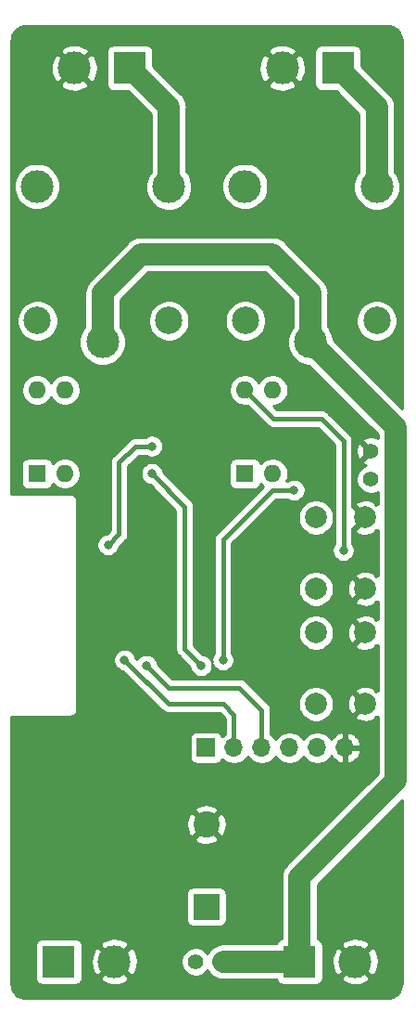
<source format=gbr>
%TF.GenerationSoftware,KiCad,Pcbnew,(5.1.6)-1*%
%TF.CreationDate,2020-08-04T14:24:57+05:30*%
%TF.ProjectId,ESP32-BLE-Relay-Control-Board,45535033-322d-4424-9c45-2d52656c6179,rev?*%
%TF.SameCoordinates,Original*%
%TF.FileFunction,Copper,L2,Bot*%
%TF.FilePolarity,Positive*%
%FSLAX46Y46*%
G04 Gerber Fmt 4.6, Leading zero omitted, Abs format (unit mm)*
G04 Created by KiCad (PCBNEW (5.1.6)-1) date 2020-08-04 14:24:57*
%MOMM*%
%LPD*%
G01*
G04 APERTURE LIST*
%TA.AperFunction,ComponentPad*%
%ADD10C,1.400000*%
%TD*%
%TA.AperFunction,ComponentPad*%
%ADD11O,1.700000X1.700000*%
%TD*%
%TA.AperFunction,ComponentPad*%
%ADD12R,1.700000X1.700000*%
%TD*%
%TA.AperFunction,ComponentPad*%
%ADD13C,3.000000*%
%TD*%
%TA.AperFunction,ComponentPad*%
%ADD14R,3.000000X3.000000*%
%TD*%
%TA.AperFunction,ComponentPad*%
%ADD15C,2.400000*%
%TD*%
%TA.AperFunction,ComponentPad*%
%ADD16R,2.400000X2.400000*%
%TD*%
%TA.AperFunction,ComponentPad*%
%ADD17C,2.000000*%
%TD*%
%TA.AperFunction,ComponentPad*%
%ADD18O,1.600000X1.600000*%
%TD*%
%TA.AperFunction,ComponentPad*%
%ADD19R,1.600000X1.600000*%
%TD*%
%TA.AperFunction,ComponentPad*%
%ADD20C,2.500000*%
%TD*%
%TA.AperFunction,ViaPad*%
%ADD21C,0.800000*%
%TD*%
%TA.AperFunction,Conductor*%
%ADD22C,0.400000*%
%TD*%
%TA.AperFunction,Conductor*%
%ADD23C,2.000000*%
%TD*%
%TA.AperFunction,Conductor*%
%ADD24C,0.254000*%
%TD*%
G04 APERTURE END LIST*
D10*
%TO.P,JP2-BOOT1,2*%
%TO.N,GND*%
X133500000Y-109460000D03*
%TO.P,JP2-BOOT1,1*%
%TO.N,/IO0*%
X133500000Y-112000000D03*
%TD*%
D11*
%TO.P,J5,6*%
%TO.N,GND*%
X131160000Y-136500000D03*
%TO.P,J5,5*%
%TO.N,Net-(J5-Pad5)*%
X128620000Y-136500000D03*
%TO.P,J5,4*%
%TO.N,3V3*%
X126080000Y-136500000D03*
%TO.P,J5,3*%
%TO.N,RX0*%
X123540000Y-136500000D03*
%TO.P,J5,2*%
%TO.N,TX0*%
X121000000Y-136500000D03*
D12*
%TO.P,J5,1*%
%TO.N,Net-(J5-Pad1)*%
X118460000Y-136500000D03*
%TD*%
D10*
%TO.P,JP1,2*%
%TO.N,+5V*%
X117500000Y-156000000D03*
%TO.P,JP1,1*%
%TO.N,+12V*%
X120040000Y-156000000D03*
%TD*%
D13*
%TO.P,J4,2*%
%TO.N,GND*%
X110080000Y-156000000D03*
D14*
%TO.P,J4,1*%
%TO.N,+5V*%
X105000000Y-156000000D03*
%TD*%
D13*
%TO.P,J3,2*%
%TO.N,GND*%
X132080000Y-156000000D03*
D14*
%TO.P,J3,1*%
%TO.N,+12V*%
X127000000Y-156000000D03*
%TD*%
D13*
%TO.P,J2,2*%
%TO.N,GND*%
X106420000Y-74500000D03*
D14*
%TO.P,J2,1*%
%TO.N,Net-(D6-Pad1)*%
X111500000Y-74500000D03*
%TD*%
D13*
%TO.P,J1,2*%
%TO.N,GND*%
X125420000Y-74500000D03*
D14*
%TO.P,J1,1*%
%TO.N,Net-(D5-Pad1)*%
X130500000Y-74500000D03*
%TD*%
D15*
%TO.P,C6,2*%
%TO.N,GND*%
X118500000Y-143500000D03*
D16*
%TO.P,C6,1*%
%TO.N,+5V*%
X118500000Y-151000000D03*
%TD*%
D17*
%TO.P,BOOT1,1*%
%TO.N,/IO0*%
X128500000Y-115500000D03*
%TO.P,BOOT1,2*%
%TO.N,GND*%
X133000000Y-115500000D03*
%TO.P,BOOT1,1*%
%TO.N,/IO0*%
X128500000Y-122000000D03*
%TO.P,BOOT1,2*%
%TO.N,GND*%
X133000000Y-122000000D03*
%TD*%
%TO.P,RST1,1*%
%TO.N,/EN*%
X128500000Y-126000000D03*
%TO.P,RST1,2*%
%TO.N,GND*%
X133000000Y-126000000D03*
%TO.P,RST1,1*%
%TO.N,/EN*%
X128500000Y-132500000D03*
%TO.P,RST1,2*%
%TO.N,GND*%
X133000000Y-132500000D03*
%TD*%
D18*
%TO.P,U3,4*%
%TO.N,+5V*%
X122000000Y-103880000D03*
%TO.P,U3,2*%
%TO.N,Net-(D4-Pad2)*%
X124540000Y-111500000D03*
%TO.P,U3,3*%
%TO.N,Net-(R4-Pad2)*%
X124540000Y-103880000D03*
D19*
%TO.P,U3,1*%
%TO.N,Net-(R3-Pad1)*%
X122000000Y-111500000D03*
%TD*%
D13*
%TO.P,K2,1*%
%TO.N,+12V*%
X128000000Y-99500000D03*
D20*
%TO.P,K2,5*%
%TO.N,+5V*%
X122050000Y-97550000D03*
D13*
%TO.P,K2,4*%
%TO.N,Net-(K2-Pad4)*%
X122000000Y-85300000D03*
%TO.P,K2,3*%
%TO.N,Net-(D5-Pad1)*%
X134050000Y-85350000D03*
D20*
%TO.P,K2,2*%
%TO.N,Net-(D1-Pad2)*%
X134050000Y-97550000D03*
%TD*%
D18*
%TO.P,U2,4*%
%TO.N,+5V*%
X103000000Y-103880000D03*
%TO.P,U2,2*%
%TO.N,Net-(D2-Pad2)*%
X105540000Y-111500000D03*
%TO.P,U2,3*%
%TO.N,Net-(R5-Pad2)*%
X105540000Y-103880000D03*
D19*
%TO.P,U2,1*%
%TO.N,Net-(R1-Pad1)*%
X103000000Y-111500000D03*
%TD*%
D13*
%TO.P,K1,1*%
%TO.N,+12V*%
X109000000Y-99500000D03*
D20*
%TO.P,K1,5*%
%TO.N,+5V*%
X103050000Y-97550000D03*
D13*
%TO.P,K1,4*%
%TO.N,Net-(K1-Pad4)*%
X103000000Y-85300000D03*
%TO.P,K1,3*%
%TO.N,Net-(D6-Pad1)*%
X115050000Y-85350000D03*
D20*
%TO.P,K1,2*%
%TO.N,Net-(D3-Pad2)*%
X115050000Y-97550000D03*
%TD*%
D21*
%TO.N,+5V*%
X131000000Y-118500000D03*
%TO.N,+3V3*%
X109500000Y-118000000D03*
X113500000Y-109000000D03*
%TO.N,+12V*%
X135774990Y-136774990D03*
%TO.N,IO26*%
X126500000Y-113000000D03*
X120000000Y-128500000D03*
%TO.N,IO25*%
X118000000Y-129000000D03*
X113500000Y-111500000D03*
%TO.N,RX0*%
X113000000Y-129000000D03*
%TO.N,TX0*%
X111000000Y-128500000D03*
%TD*%
D22*
%TO.N,+5V*%
X131000000Y-118500000D02*
X131000000Y-108500000D01*
X131000000Y-108500000D02*
X129000000Y-106500000D01*
X124620000Y-106500000D02*
X122000000Y-103880000D01*
X129000000Y-106500000D02*
X124620000Y-106500000D01*
%TO.N,+3V3*%
X109500000Y-118000000D02*
X110500000Y-117000000D01*
X110500000Y-117000000D02*
X110500000Y-110500000D01*
X112000000Y-109000000D02*
X113500000Y-109000000D01*
X110500000Y-110500000D02*
X112000000Y-109000000D01*
D23*
%TO.N,+12V*%
X128000000Y-99500000D02*
X128000000Y-95000000D01*
X128000000Y-95000000D02*
X124500000Y-91500000D01*
X124500000Y-91500000D02*
X112500000Y-91500000D01*
X109000000Y-95000000D02*
X109000000Y-99500000D01*
X112500000Y-91500000D02*
X109000000Y-95000000D01*
X135774990Y-107274990D02*
X128000000Y-99500000D01*
X135774990Y-136774990D02*
X135774990Y-107274990D01*
X135774990Y-139500000D02*
X135774990Y-136774990D01*
X127000000Y-156000000D02*
X127000000Y-148274990D01*
X127000000Y-148274990D02*
X135774990Y-139500000D01*
X120040000Y-156000000D02*
X127000000Y-156000000D01*
%TO.N,Net-(D5-Pad1)*%
X134050000Y-78050000D02*
X130500000Y-74500000D01*
X134050000Y-85350000D02*
X134050000Y-78050000D01*
%TO.N,Net-(D6-Pad1)*%
X115050000Y-78050000D02*
X111500000Y-74500000D01*
X115050000Y-85350000D02*
X115050000Y-78050000D01*
D22*
%TO.N,IO26*%
X126500000Y-113000000D02*
X124500000Y-113000000D01*
X124500000Y-113000000D02*
X120000000Y-117500000D01*
X120000000Y-117500000D02*
X120000000Y-128500000D01*
%TO.N,IO25*%
X116500000Y-114500000D02*
X113500000Y-111500000D01*
X118000000Y-129000000D02*
X116500000Y-127500000D01*
X116500000Y-127500000D02*
X116500000Y-114500000D01*
%TO.N,RX0*%
X113000000Y-129000000D02*
X115000000Y-131000000D01*
X115000000Y-131000000D02*
X121500000Y-131000000D01*
X123540000Y-133040000D02*
X123540000Y-136500000D01*
X121500000Y-131000000D02*
X123540000Y-133040000D01*
%TO.N,TX0*%
X121000000Y-136500000D02*
X121000000Y-133500000D01*
X121000000Y-133500000D02*
X120000000Y-132500000D01*
X115000000Y-132500000D02*
X111000000Y-128500000D01*
X120000000Y-132500000D02*
X115000000Y-132500000D01*
%TD*%
D24*
%TO.N,GND*%
G36*
X135259659Y-70688625D02*
G01*
X135509429Y-70764035D01*
X135739792Y-70886522D01*
X135941980Y-71051422D01*
X136108286Y-71252450D01*
X136232378Y-71481954D01*
X136309531Y-71731195D01*
X136340000Y-72021089D01*
X136340001Y-101467572D01*
X136340000Y-101467582D01*
X136340000Y-105527761D01*
X130135000Y-99322762D01*
X130135000Y-99289721D01*
X130052953Y-98877244D01*
X129892012Y-98488698D01*
X129658363Y-98139017D01*
X129635000Y-98115654D01*
X129635000Y-97364344D01*
X132165000Y-97364344D01*
X132165000Y-97735656D01*
X132237439Y-98099834D01*
X132379534Y-98442882D01*
X132585825Y-98751618D01*
X132848382Y-99014175D01*
X133157118Y-99220466D01*
X133500166Y-99362561D01*
X133864344Y-99435000D01*
X134235656Y-99435000D01*
X134599834Y-99362561D01*
X134942882Y-99220466D01*
X135251618Y-99014175D01*
X135514175Y-98751618D01*
X135720466Y-98442882D01*
X135862561Y-98099834D01*
X135935000Y-97735656D01*
X135935000Y-97364344D01*
X135862561Y-97000166D01*
X135720466Y-96657118D01*
X135514175Y-96348382D01*
X135251618Y-96085825D01*
X134942882Y-95879534D01*
X134599834Y-95737439D01*
X134235656Y-95665000D01*
X133864344Y-95665000D01*
X133500166Y-95737439D01*
X133157118Y-95879534D01*
X132848382Y-96085825D01*
X132585825Y-96348382D01*
X132379534Y-96657118D01*
X132237439Y-97000166D01*
X132165000Y-97364344D01*
X129635000Y-97364344D01*
X129635000Y-95080319D01*
X129642911Y-94999999D01*
X129635000Y-94919678D01*
X129611343Y-94679484D01*
X129517852Y-94371285D01*
X129366031Y-94087248D01*
X129161714Y-93838286D01*
X129099319Y-93787080D01*
X125712925Y-90400687D01*
X125661714Y-90338286D01*
X125412752Y-90133969D01*
X125128715Y-89982148D01*
X124820516Y-89888657D01*
X124580322Y-89865000D01*
X124580319Y-89865000D01*
X124500000Y-89857089D01*
X124419681Y-89865000D01*
X112580319Y-89865000D01*
X112499999Y-89857089D01*
X112419680Y-89865000D01*
X112419678Y-89865000D01*
X112179484Y-89888657D01*
X111871285Y-89982148D01*
X111587248Y-90133969D01*
X111338286Y-90338286D01*
X111287080Y-90400681D01*
X107900687Y-93787075D01*
X107838286Y-93838286D01*
X107633969Y-94087249D01*
X107482148Y-94371286D01*
X107388657Y-94679485D01*
X107365000Y-94919678D01*
X107357089Y-95000000D01*
X107365000Y-95080320D01*
X107365001Y-98115653D01*
X107341637Y-98139017D01*
X107107988Y-98488698D01*
X106947047Y-98877244D01*
X106865000Y-99289721D01*
X106865000Y-99710279D01*
X106947047Y-100122756D01*
X107107988Y-100511302D01*
X107341637Y-100860983D01*
X107639017Y-101158363D01*
X107988698Y-101392012D01*
X108377244Y-101552953D01*
X108789721Y-101635000D01*
X109210279Y-101635000D01*
X109622756Y-101552953D01*
X110011302Y-101392012D01*
X110360983Y-101158363D01*
X110658363Y-100860983D01*
X110892012Y-100511302D01*
X111052953Y-100122756D01*
X111135000Y-99710279D01*
X111135000Y-99289721D01*
X111052953Y-98877244D01*
X110892012Y-98488698D01*
X110658363Y-98139017D01*
X110635000Y-98115654D01*
X110635000Y-97364344D01*
X113165000Y-97364344D01*
X113165000Y-97735656D01*
X113237439Y-98099834D01*
X113379534Y-98442882D01*
X113585825Y-98751618D01*
X113848382Y-99014175D01*
X114157118Y-99220466D01*
X114500166Y-99362561D01*
X114864344Y-99435000D01*
X115235656Y-99435000D01*
X115599834Y-99362561D01*
X115942882Y-99220466D01*
X116251618Y-99014175D01*
X116514175Y-98751618D01*
X116720466Y-98442882D01*
X116862561Y-98099834D01*
X116935000Y-97735656D01*
X116935000Y-97364344D01*
X120165000Y-97364344D01*
X120165000Y-97735656D01*
X120237439Y-98099834D01*
X120379534Y-98442882D01*
X120585825Y-98751618D01*
X120848382Y-99014175D01*
X121157118Y-99220466D01*
X121500166Y-99362561D01*
X121864344Y-99435000D01*
X122235656Y-99435000D01*
X122599834Y-99362561D01*
X122942882Y-99220466D01*
X123251618Y-99014175D01*
X123514175Y-98751618D01*
X123720466Y-98442882D01*
X123862561Y-98099834D01*
X123935000Y-97735656D01*
X123935000Y-97364344D01*
X123862561Y-97000166D01*
X123720466Y-96657118D01*
X123514175Y-96348382D01*
X123251618Y-96085825D01*
X122942882Y-95879534D01*
X122599834Y-95737439D01*
X122235656Y-95665000D01*
X121864344Y-95665000D01*
X121500166Y-95737439D01*
X121157118Y-95879534D01*
X120848382Y-96085825D01*
X120585825Y-96348382D01*
X120379534Y-96657118D01*
X120237439Y-97000166D01*
X120165000Y-97364344D01*
X116935000Y-97364344D01*
X116862561Y-97000166D01*
X116720466Y-96657118D01*
X116514175Y-96348382D01*
X116251618Y-96085825D01*
X115942882Y-95879534D01*
X115599834Y-95737439D01*
X115235656Y-95665000D01*
X114864344Y-95665000D01*
X114500166Y-95737439D01*
X114157118Y-95879534D01*
X113848382Y-96085825D01*
X113585825Y-96348382D01*
X113379534Y-96657118D01*
X113237439Y-97000166D01*
X113165000Y-97364344D01*
X110635000Y-97364344D01*
X110635000Y-95677238D01*
X113177239Y-93135000D01*
X123822762Y-93135000D01*
X126365001Y-95677240D01*
X126365000Y-98115654D01*
X126341637Y-98139017D01*
X126107988Y-98488698D01*
X125947047Y-98877244D01*
X125865000Y-99289721D01*
X125865000Y-99710279D01*
X125947047Y-100122756D01*
X126107988Y-100511302D01*
X126341637Y-100860983D01*
X126639017Y-101158363D01*
X126988698Y-101392012D01*
X127377244Y-101552953D01*
X127789721Y-101635000D01*
X127822762Y-101635000D01*
X134139991Y-107952230D01*
X134139991Y-108285331D01*
X133943758Y-108194066D01*
X133688260Y-108131817D01*
X133425527Y-108120610D01*
X133165656Y-108160875D01*
X132918634Y-108251065D01*
X132817797Y-108304963D01*
X132758336Y-108538731D01*
X133500000Y-109280395D01*
X133514143Y-109266253D01*
X133693748Y-109445858D01*
X133679605Y-109460000D01*
X133693748Y-109474143D01*
X133514143Y-109653748D01*
X133500000Y-109639605D01*
X132758336Y-110381269D01*
X132817797Y-110615037D01*
X133056242Y-110725934D01*
X133075827Y-110730706D01*
X132867641Y-110816939D01*
X132648987Y-110963038D01*
X132463038Y-111148987D01*
X132316939Y-111367641D01*
X132216304Y-111610595D01*
X132165000Y-111868514D01*
X132165000Y-112131486D01*
X132216304Y-112389405D01*
X132316939Y-112632359D01*
X132463038Y-112851013D01*
X132648987Y-113036962D01*
X132867641Y-113183061D01*
X133110595Y-113283696D01*
X133368514Y-113335000D01*
X133631486Y-113335000D01*
X133889405Y-113283696D01*
X134132359Y-113183061D01*
X134139991Y-113177962D01*
X134139991Y-114317433D01*
X134071475Y-114248917D01*
X133955807Y-114364585D01*
X133860044Y-114100186D01*
X133570429Y-113959296D01*
X133258892Y-113877616D01*
X132937405Y-113858282D01*
X132618325Y-113902039D01*
X132313912Y-114007205D01*
X132139956Y-114100186D01*
X132044192Y-114364587D01*
X133000000Y-115320395D01*
X133014143Y-115306253D01*
X133193748Y-115485858D01*
X133179605Y-115500000D01*
X133193748Y-115514143D01*
X133014143Y-115693748D01*
X133000000Y-115679605D01*
X132044192Y-116635413D01*
X132139956Y-116899814D01*
X132429571Y-117040704D01*
X132741108Y-117122384D01*
X133062595Y-117141718D01*
X133381675Y-117097961D01*
X133686088Y-116992795D01*
X133860044Y-116899814D01*
X133955807Y-116635415D01*
X134071475Y-116751083D01*
X134139991Y-116682567D01*
X134139991Y-120817433D01*
X134071475Y-120748917D01*
X133955807Y-120864585D01*
X133860044Y-120600186D01*
X133570429Y-120459296D01*
X133258892Y-120377616D01*
X132937405Y-120358282D01*
X132618325Y-120402039D01*
X132313912Y-120507205D01*
X132139956Y-120600186D01*
X132044192Y-120864587D01*
X133000000Y-121820395D01*
X133014143Y-121806253D01*
X133193748Y-121985858D01*
X133179605Y-122000000D01*
X133193748Y-122014143D01*
X133014143Y-122193748D01*
X133000000Y-122179605D01*
X132044192Y-123135413D01*
X132139956Y-123399814D01*
X132429571Y-123540704D01*
X132741108Y-123622384D01*
X133062595Y-123641718D01*
X133381675Y-123597961D01*
X133686088Y-123492795D01*
X133860044Y-123399814D01*
X133955807Y-123135415D01*
X134071475Y-123251083D01*
X134139990Y-123182568D01*
X134139990Y-124817432D01*
X134071475Y-124748917D01*
X133955807Y-124864585D01*
X133860044Y-124600186D01*
X133570429Y-124459296D01*
X133258892Y-124377616D01*
X132937405Y-124358282D01*
X132618325Y-124402039D01*
X132313912Y-124507205D01*
X132139956Y-124600186D01*
X132044192Y-124864587D01*
X133000000Y-125820395D01*
X133014143Y-125806253D01*
X133193748Y-125985858D01*
X133179605Y-126000000D01*
X133193748Y-126014143D01*
X133014143Y-126193748D01*
X133000000Y-126179605D01*
X132044192Y-127135413D01*
X132139956Y-127399814D01*
X132429571Y-127540704D01*
X132741108Y-127622384D01*
X133062595Y-127641718D01*
X133381675Y-127597961D01*
X133686088Y-127492795D01*
X133860044Y-127399814D01*
X133955807Y-127135415D01*
X134071475Y-127251083D01*
X134139990Y-127182568D01*
X134139990Y-131317432D01*
X134071475Y-131248917D01*
X133955807Y-131364585D01*
X133860044Y-131100186D01*
X133570429Y-130959296D01*
X133258892Y-130877616D01*
X132937405Y-130858282D01*
X132618325Y-130902039D01*
X132313912Y-131007205D01*
X132139956Y-131100186D01*
X132044192Y-131364587D01*
X133000000Y-132320395D01*
X133014143Y-132306253D01*
X133193748Y-132485858D01*
X133179605Y-132500000D01*
X133193748Y-132514143D01*
X133014143Y-132693748D01*
X133000000Y-132679605D01*
X132044192Y-133635413D01*
X132139956Y-133899814D01*
X132429571Y-134040704D01*
X132741108Y-134122384D01*
X133062595Y-134141718D01*
X133381675Y-134097961D01*
X133686088Y-133992795D01*
X133860044Y-133899814D01*
X133955807Y-133635415D01*
X134071475Y-133751083D01*
X134139990Y-133682568D01*
X134139990Y-136855311D01*
X134139991Y-136855321D01*
X134139990Y-138822761D01*
X125900682Y-147062070D01*
X125838287Y-147113276D01*
X125633970Y-147362238D01*
X125482148Y-147646276D01*
X125388658Y-147954474D01*
X125357089Y-148274990D01*
X125365001Y-148355319D01*
X125365000Y-153877379D01*
X125255820Y-153910498D01*
X125145506Y-153969463D01*
X125048815Y-154048815D01*
X124969463Y-154145506D01*
X124910498Y-154255820D01*
X124877379Y-154365000D01*
X119959678Y-154365000D01*
X119719484Y-154388657D01*
X119411285Y-154482148D01*
X119127248Y-154633969D01*
X118878286Y-154838286D01*
X118673969Y-155087248D01*
X118594745Y-155235466D01*
X118536962Y-155148987D01*
X118351013Y-154963038D01*
X118132359Y-154816939D01*
X117889405Y-154716304D01*
X117631486Y-154665000D01*
X117368514Y-154665000D01*
X117110595Y-154716304D01*
X116867641Y-154816939D01*
X116648987Y-154963038D01*
X116463038Y-155148987D01*
X116316939Y-155367641D01*
X116216304Y-155610595D01*
X116165000Y-155868514D01*
X116165000Y-156131486D01*
X116216304Y-156389405D01*
X116316939Y-156632359D01*
X116463038Y-156851013D01*
X116648987Y-157036962D01*
X116867641Y-157183061D01*
X117110595Y-157283696D01*
X117368514Y-157335000D01*
X117631486Y-157335000D01*
X117889405Y-157283696D01*
X118132359Y-157183061D01*
X118351013Y-157036962D01*
X118536962Y-156851013D01*
X118594745Y-156764534D01*
X118673969Y-156912752D01*
X118878286Y-157161714D01*
X119127248Y-157366031D01*
X119411285Y-157517852D01*
X119719484Y-157611343D01*
X119959678Y-157635000D01*
X124877379Y-157635000D01*
X124910498Y-157744180D01*
X124969463Y-157854494D01*
X125048815Y-157951185D01*
X125145506Y-158030537D01*
X125255820Y-158089502D01*
X125375518Y-158125812D01*
X125500000Y-158138072D01*
X128500000Y-158138072D01*
X128624482Y-158125812D01*
X128744180Y-158089502D01*
X128854494Y-158030537D01*
X128951185Y-157951185D01*
X129030537Y-157854494D01*
X129089502Y-157744180D01*
X129125812Y-157624482D01*
X129138072Y-157500000D01*
X129138072Y-157491653D01*
X130767952Y-157491653D01*
X130923962Y-157807214D01*
X131298745Y-157998020D01*
X131703551Y-158112044D01*
X132122824Y-158144902D01*
X132540451Y-158095334D01*
X132940383Y-157965243D01*
X133236038Y-157807214D01*
X133392048Y-157491653D01*
X132080000Y-156179605D01*
X130767952Y-157491653D01*
X129138072Y-157491653D01*
X129138072Y-156042824D01*
X129935098Y-156042824D01*
X129984666Y-156460451D01*
X130114757Y-156860383D01*
X130272786Y-157156038D01*
X130588347Y-157312048D01*
X131900395Y-156000000D01*
X132259605Y-156000000D01*
X133571653Y-157312048D01*
X133887214Y-157156038D01*
X134078020Y-156781255D01*
X134192044Y-156376449D01*
X134224902Y-155957176D01*
X134175334Y-155539549D01*
X134045243Y-155139617D01*
X133887214Y-154843962D01*
X133571653Y-154687952D01*
X132259605Y-156000000D01*
X131900395Y-156000000D01*
X130588347Y-154687952D01*
X130272786Y-154843962D01*
X130081980Y-155218745D01*
X129967956Y-155623551D01*
X129935098Y-156042824D01*
X129138072Y-156042824D01*
X129138072Y-154508347D01*
X130767952Y-154508347D01*
X132080000Y-155820395D01*
X133392048Y-154508347D01*
X133236038Y-154192786D01*
X132861255Y-154001980D01*
X132456449Y-153887956D01*
X132037176Y-153855098D01*
X131619549Y-153904666D01*
X131219617Y-154034757D01*
X130923962Y-154192786D01*
X130767952Y-154508347D01*
X129138072Y-154508347D01*
X129138072Y-154500000D01*
X129125812Y-154375518D01*
X129089502Y-154255820D01*
X129030537Y-154145506D01*
X128951185Y-154048815D01*
X128854494Y-153969463D01*
X128744180Y-153910498D01*
X128635000Y-153877379D01*
X128635000Y-148952228D01*
X136340001Y-141247228D01*
X136340001Y-146467581D01*
X136340000Y-157967721D01*
X136311375Y-158259660D01*
X136235965Y-158509429D01*
X136113477Y-158739794D01*
X135948579Y-158941979D01*
X135747546Y-159108288D01*
X135518046Y-159232378D01*
X135268805Y-159309531D01*
X134978911Y-159340000D01*
X102032279Y-159340000D01*
X101740340Y-159311375D01*
X101490571Y-159235965D01*
X101260206Y-159113477D01*
X101058021Y-158948579D01*
X100891712Y-158747546D01*
X100767622Y-158518046D01*
X100690469Y-158268805D01*
X100660000Y-157978911D01*
X100660000Y-154500000D01*
X102861928Y-154500000D01*
X102861928Y-157500000D01*
X102874188Y-157624482D01*
X102910498Y-157744180D01*
X102969463Y-157854494D01*
X103048815Y-157951185D01*
X103145506Y-158030537D01*
X103255820Y-158089502D01*
X103375518Y-158125812D01*
X103500000Y-158138072D01*
X106500000Y-158138072D01*
X106624482Y-158125812D01*
X106744180Y-158089502D01*
X106854494Y-158030537D01*
X106951185Y-157951185D01*
X107030537Y-157854494D01*
X107089502Y-157744180D01*
X107125812Y-157624482D01*
X107138072Y-157500000D01*
X107138072Y-157491653D01*
X108767952Y-157491653D01*
X108923962Y-157807214D01*
X109298745Y-157998020D01*
X109703551Y-158112044D01*
X110122824Y-158144902D01*
X110540451Y-158095334D01*
X110940383Y-157965243D01*
X111236038Y-157807214D01*
X111392048Y-157491653D01*
X110080000Y-156179605D01*
X108767952Y-157491653D01*
X107138072Y-157491653D01*
X107138072Y-156042824D01*
X107935098Y-156042824D01*
X107984666Y-156460451D01*
X108114757Y-156860383D01*
X108272786Y-157156038D01*
X108588347Y-157312048D01*
X109900395Y-156000000D01*
X110259605Y-156000000D01*
X111571653Y-157312048D01*
X111887214Y-157156038D01*
X112078020Y-156781255D01*
X112192044Y-156376449D01*
X112224902Y-155957176D01*
X112175334Y-155539549D01*
X112045243Y-155139617D01*
X111887214Y-154843962D01*
X111571653Y-154687952D01*
X110259605Y-156000000D01*
X109900395Y-156000000D01*
X108588347Y-154687952D01*
X108272786Y-154843962D01*
X108081980Y-155218745D01*
X107967956Y-155623551D01*
X107935098Y-156042824D01*
X107138072Y-156042824D01*
X107138072Y-154508347D01*
X108767952Y-154508347D01*
X110080000Y-155820395D01*
X111392048Y-154508347D01*
X111236038Y-154192786D01*
X110861255Y-154001980D01*
X110456449Y-153887956D01*
X110037176Y-153855098D01*
X109619549Y-153904666D01*
X109219617Y-154034757D01*
X108923962Y-154192786D01*
X108767952Y-154508347D01*
X107138072Y-154508347D01*
X107138072Y-154500000D01*
X107125812Y-154375518D01*
X107089502Y-154255820D01*
X107030537Y-154145506D01*
X106951185Y-154048815D01*
X106854494Y-153969463D01*
X106744180Y-153910498D01*
X106624482Y-153874188D01*
X106500000Y-153861928D01*
X103500000Y-153861928D01*
X103375518Y-153874188D01*
X103255820Y-153910498D01*
X103145506Y-153969463D01*
X103048815Y-154048815D01*
X102969463Y-154145506D01*
X102910498Y-154255820D01*
X102874188Y-154375518D01*
X102861928Y-154500000D01*
X100660000Y-154500000D01*
X100660000Y-149800000D01*
X116661928Y-149800000D01*
X116661928Y-152200000D01*
X116674188Y-152324482D01*
X116710498Y-152444180D01*
X116769463Y-152554494D01*
X116848815Y-152651185D01*
X116945506Y-152730537D01*
X117055820Y-152789502D01*
X117175518Y-152825812D01*
X117300000Y-152838072D01*
X119700000Y-152838072D01*
X119824482Y-152825812D01*
X119944180Y-152789502D01*
X120054494Y-152730537D01*
X120151185Y-152651185D01*
X120230537Y-152554494D01*
X120289502Y-152444180D01*
X120325812Y-152324482D01*
X120338072Y-152200000D01*
X120338072Y-149800000D01*
X120325812Y-149675518D01*
X120289502Y-149555820D01*
X120230537Y-149445506D01*
X120151185Y-149348815D01*
X120054494Y-149269463D01*
X119944180Y-149210498D01*
X119824482Y-149174188D01*
X119700000Y-149161928D01*
X117300000Y-149161928D01*
X117175518Y-149174188D01*
X117055820Y-149210498D01*
X116945506Y-149269463D01*
X116848815Y-149348815D01*
X116769463Y-149445506D01*
X116710498Y-149555820D01*
X116674188Y-149675518D01*
X116661928Y-149800000D01*
X100660000Y-149800000D01*
X100660000Y-144777980D01*
X117401626Y-144777980D01*
X117521514Y-145062836D01*
X117845210Y-145223699D01*
X118194069Y-145318322D01*
X118554684Y-145343067D01*
X118913198Y-145296985D01*
X119255833Y-145181846D01*
X119478486Y-145062836D01*
X119598374Y-144777980D01*
X118500000Y-143679605D01*
X117401626Y-144777980D01*
X100660000Y-144777980D01*
X100660000Y-143554684D01*
X116656933Y-143554684D01*
X116703015Y-143913198D01*
X116818154Y-144255833D01*
X116937164Y-144478486D01*
X117222020Y-144598374D01*
X118320395Y-143500000D01*
X118679605Y-143500000D01*
X119777980Y-144598374D01*
X120062836Y-144478486D01*
X120223699Y-144154790D01*
X120318322Y-143805931D01*
X120343067Y-143445316D01*
X120296985Y-143086802D01*
X120181846Y-142744167D01*
X120062836Y-142521514D01*
X119777980Y-142401626D01*
X118679605Y-143500000D01*
X118320395Y-143500000D01*
X117222020Y-142401626D01*
X116937164Y-142521514D01*
X116776301Y-142845210D01*
X116681678Y-143194069D01*
X116656933Y-143554684D01*
X100660000Y-143554684D01*
X100660000Y-142222020D01*
X117401626Y-142222020D01*
X118500000Y-143320395D01*
X119598374Y-142222020D01*
X119478486Y-141937164D01*
X119154790Y-141776301D01*
X118805931Y-141681678D01*
X118445316Y-141656933D01*
X118086802Y-141703015D01*
X117744167Y-141818154D01*
X117521514Y-141937164D01*
X117401626Y-142222020D01*
X100660000Y-142222020D01*
X100660000Y-133660000D01*
X105967581Y-133660000D01*
X106000000Y-133663193D01*
X106032419Y-133660000D01*
X106129383Y-133650450D01*
X106253793Y-133612710D01*
X106368450Y-133551425D01*
X106468948Y-133468948D01*
X106551425Y-133368450D01*
X106612710Y-133253793D01*
X106650450Y-133129383D01*
X106663193Y-133000000D01*
X106660000Y-132967581D01*
X106660000Y-128398061D01*
X109965000Y-128398061D01*
X109965000Y-128601939D01*
X110004774Y-128801898D01*
X110082795Y-128990256D01*
X110196063Y-129159774D01*
X110340226Y-129303937D01*
X110509744Y-129417205D01*
X110698102Y-129495226D01*
X110843226Y-129524093D01*
X114380559Y-133061427D01*
X114406709Y-133093291D01*
X114533854Y-133197636D01*
X114678913Y-133275172D01*
X114836311Y-133322918D01*
X114958981Y-133335000D01*
X114958983Y-133335000D01*
X114999999Y-133339040D01*
X115041015Y-133335000D01*
X119654132Y-133335000D01*
X120165001Y-133845869D01*
X120165000Y-135271935D01*
X120053368Y-135346525D01*
X119921513Y-135478380D01*
X119899502Y-135405820D01*
X119840537Y-135295506D01*
X119761185Y-135198815D01*
X119664494Y-135119463D01*
X119554180Y-135060498D01*
X119434482Y-135024188D01*
X119310000Y-135011928D01*
X117610000Y-135011928D01*
X117485518Y-135024188D01*
X117365820Y-135060498D01*
X117255506Y-135119463D01*
X117158815Y-135198815D01*
X117079463Y-135295506D01*
X117020498Y-135405820D01*
X116984188Y-135525518D01*
X116971928Y-135650000D01*
X116971928Y-137350000D01*
X116984188Y-137474482D01*
X117020498Y-137594180D01*
X117079463Y-137704494D01*
X117158815Y-137801185D01*
X117255506Y-137880537D01*
X117365820Y-137939502D01*
X117485518Y-137975812D01*
X117610000Y-137988072D01*
X119310000Y-137988072D01*
X119434482Y-137975812D01*
X119554180Y-137939502D01*
X119664494Y-137880537D01*
X119761185Y-137801185D01*
X119840537Y-137704494D01*
X119899502Y-137594180D01*
X119921513Y-137521620D01*
X120053368Y-137653475D01*
X120296589Y-137815990D01*
X120566842Y-137927932D01*
X120853740Y-137985000D01*
X121146260Y-137985000D01*
X121433158Y-137927932D01*
X121703411Y-137815990D01*
X121946632Y-137653475D01*
X122153475Y-137446632D01*
X122270000Y-137272240D01*
X122386525Y-137446632D01*
X122593368Y-137653475D01*
X122836589Y-137815990D01*
X123106842Y-137927932D01*
X123393740Y-137985000D01*
X123686260Y-137985000D01*
X123973158Y-137927932D01*
X124243411Y-137815990D01*
X124486632Y-137653475D01*
X124693475Y-137446632D01*
X124810000Y-137272240D01*
X124926525Y-137446632D01*
X125133368Y-137653475D01*
X125376589Y-137815990D01*
X125646842Y-137927932D01*
X125933740Y-137985000D01*
X126226260Y-137985000D01*
X126513158Y-137927932D01*
X126783411Y-137815990D01*
X127026632Y-137653475D01*
X127233475Y-137446632D01*
X127350000Y-137272240D01*
X127466525Y-137446632D01*
X127673368Y-137653475D01*
X127916589Y-137815990D01*
X128186842Y-137927932D01*
X128473740Y-137985000D01*
X128766260Y-137985000D01*
X129053158Y-137927932D01*
X129323411Y-137815990D01*
X129566632Y-137653475D01*
X129773475Y-137446632D01*
X129895195Y-137264466D01*
X129964822Y-137381355D01*
X130159731Y-137597588D01*
X130393080Y-137771641D01*
X130655901Y-137896825D01*
X130803110Y-137941476D01*
X131033000Y-137820155D01*
X131033000Y-136627000D01*
X131287000Y-136627000D01*
X131287000Y-137820155D01*
X131516890Y-137941476D01*
X131664099Y-137896825D01*
X131926920Y-137771641D01*
X132160269Y-137597588D01*
X132355178Y-137381355D01*
X132504157Y-137131252D01*
X132601481Y-136856891D01*
X132480814Y-136627000D01*
X131287000Y-136627000D01*
X131033000Y-136627000D01*
X131013000Y-136627000D01*
X131013000Y-136373000D01*
X131033000Y-136373000D01*
X131033000Y-135179845D01*
X131287000Y-135179845D01*
X131287000Y-136373000D01*
X132480814Y-136373000D01*
X132601481Y-136143109D01*
X132504157Y-135868748D01*
X132355178Y-135618645D01*
X132160269Y-135402412D01*
X131926920Y-135228359D01*
X131664099Y-135103175D01*
X131516890Y-135058524D01*
X131287000Y-135179845D01*
X131033000Y-135179845D01*
X130803110Y-135058524D01*
X130655901Y-135103175D01*
X130393080Y-135228359D01*
X130159731Y-135402412D01*
X129964822Y-135618645D01*
X129895195Y-135735534D01*
X129773475Y-135553368D01*
X129566632Y-135346525D01*
X129323411Y-135184010D01*
X129053158Y-135072068D01*
X128766260Y-135015000D01*
X128473740Y-135015000D01*
X128186842Y-135072068D01*
X127916589Y-135184010D01*
X127673368Y-135346525D01*
X127466525Y-135553368D01*
X127350000Y-135727760D01*
X127233475Y-135553368D01*
X127026632Y-135346525D01*
X126783411Y-135184010D01*
X126513158Y-135072068D01*
X126226260Y-135015000D01*
X125933740Y-135015000D01*
X125646842Y-135072068D01*
X125376589Y-135184010D01*
X125133368Y-135346525D01*
X124926525Y-135553368D01*
X124810000Y-135727760D01*
X124693475Y-135553368D01*
X124486632Y-135346525D01*
X124375000Y-135271935D01*
X124375000Y-133081018D01*
X124379040Y-133040000D01*
X124362918Y-132876312D01*
X124361191Y-132870617D01*
X124315172Y-132718913D01*
X124237636Y-132573854D01*
X124228396Y-132562595D01*
X124159439Y-132478570D01*
X124159437Y-132478568D01*
X124133291Y-132446709D01*
X124101433Y-132420564D01*
X124019836Y-132338967D01*
X126865000Y-132338967D01*
X126865000Y-132661033D01*
X126927832Y-132976912D01*
X127051082Y-133274463D01*
X127230013Y-133542252D01*
X127457748Y-133769987D01*
X127725537Y-133948918D01*
X128023088Y-134072168D01*
X128338967Y-134135000D01*
X128661033Y-134135000D01*
X128976912Y-134072168D01*
X129274463Y-133948918D01*
X129542252Y-133769987D01*
X129769987Y-133542252D01*
X129948918Y-133274463D01*
X130072168Y-132976912D01*
X130135000Y-132661033D01*
X130135000Y-132562595D01*
X131358282Y-132562595D01*
X131402039Y-132881675D01*
X131507205Y-133186088D01*
X131600186Y-133360044D01*
X131864587Y-133455808D01*
X132820395Y-132500000D01*
X131864587Y-131544192D01*
X131600186Y-131639956D01*
X131459296Y-131929571D01*
X131377616Y-132241108D01*
X131358282Y-132562595D01*
X130135000Y-132562595D01*
X130135000Y-132338967D01*
X130072168Y-132023088D01*
X129948918Y-131725537D01*
X129769987Y-131457748D01*
X129542252Y-131230013D01*
X129274463Y-131051082D01*
X128976912Y-130927832D01*
X128661033Y-130865000D01*
X128338967Y-130865000D01*
X128023088Y-130927832D01*
X127725537Y-131051082D01*
X127457748Y-131230013D01*
X127230013Y-131457748D01*
X127051082Y-131725537D01*
X126927832Y-132023088D01*
X126865000Y-132338967D01*
X124019836Y-132338967D01*
X122119446Y-130438579D01*
X122093291Y-130406709D01*
X121966146Y-130302364D01*
X121821087Y-130224828D01*
X121663689Y-130177082D01*
X121541019Y-130165000D01*
X121541018Y-130165000D01*
X121500000Y-130160960D01*
X121458982Y-130165000D01*
X115345868Y-130165000D01*
X114024093Y-128843225D01*
X113995226Y-128698102D01*
X113917205Y-128509744D01*
X113803937Y-128340226D01*
X113659774Y-128196063D01*
X113490256Y-128082795D01*
X113301898Y-128004774D01*
X113101939Y-127965000D01*
X112898061Y-127965000D01*
X112698102Y-128004774D01*
X112509744Y-128082795D01*
X112340226Y-128196063D01*
X112196063Y-128340226D01*
X112125980Y-128445113D01*
X112024093Y-128343226D01*
X111995226Y-128198102D01*
X111917205Y-128009744D01*
X111803937Y-127840226D01*
X111659774Y-127696063D01*
X111490256Y-127582795D01*
X111301898Y-127504774D01*
X111101939Y-127465000D01*
X110898061Y-127465000D01*
X110698102Y-127504774D01*
X110509744Y-127582795D01*
X110340226Y-127696063D01*
X110196063Y-127840226D01*
X110082795Y-128009744D01*
X110004774Y-128198102D01*
X109965000Y-128398061D01*
X106660000Y-128398061D01*
X106660000Y-117898061D01*
X108465000Y-117898061D01*
X108465000Y-118101939D01*
X108504774Y-118301898D01*
X108582795Y-118490256D01*
X108696063Y-118659774D01*
X108840226Y-118803937D01*
X109009744Y-118917205D01*
X109198102Y-118995226D01*
X109398061Y-119035000D01*
X109601939Y-119035000D01*
X109801898Y-118995226D01*
X109990256Y-118917205D01*
X110159774Y-118803937D01*
X110303937Y-118659774D01*
X110417205Y-118490256D01*
X110495226Y-118301898D01*
X110524092Y-118156775D01*
X111061433Y-117619436D01*
X111093291Y-117593291D01*
X111197636Y-117466146D01*
X111275172Y-117321087D01*
X111322918Y-117163689D01*
X111335000Y-117041019D01*
X111335000Y-117041018D01*
X111339040Y-117000000D01*
X111335000Y-116958982D01*
X111335000Y-111398061D01*
X112465000Y-111398061D01*
X112465000Y-111601939D01*
X112504774Y-111801898D01*
X112582795Y-111990256D01*
X112696063Y-112159774D01*
X112840226Y-112303937D01*
X113009744Y-112417205D01*
X113198102Y-112495226D01*
X113343225Y-112524093D01*
X115665001Y-114845870D01*
X115665000Y-127458981D01*
X115660960Y-127500000D01*
X115665000Y-127541018D01*
X115677082Y-127663688D01*
X115724828Y-127821086D01*
X115802364Y-127966145D01*
X115906709Y-128093291D01*
X115938579Y-128119446D01*
X116975908Y-129156775D01*
X117004774Y-129301898D01*
X117082795Y-129490256D01*
X117196063Y-129659774D01*
X117340226Y-129803937D01*
X117509744Y-129917205D01*
X117698102Y-129995226D01*
X117898061Y-130035000D01*
X118101939Y-130035000D01*
X118301898Y-129995226D01*
X118490256Y-129917205D01*
X118659774Y-129803937D01*
X118803937Y-129659774D01*
X118917205Y-129490256D01*
X118995226Y-129301898D01*
X119035000Y-129101939D01*
X119035000Y-128898061D01*
X119026125Y-128853444D01*
X119082795Y-128990256D01*
X119196063Y-129159774D01*
X119340226Y-129303937D01*
X119509744Y-129417205D01*
X119698102Y-129495226D01*
X119898061Y-129535000D01*
X120101939Y-129535000D01*
X120301898Y-129495226D01*
X120490256Y-129417205D01*
X120659774Y-129303937D01*
X120803937Y-129159774D01*
X120917205Y-128990256D01*
X120995226Y-128801898D01*
X121035000Y-128601939D01*
X121035000Y-128398061D01*
X120995226Y-128198102D01*
X120917205Y-128009744D01*
X120835000Y-127886715D01*
X120835000Y-125838967D01*
X126865000Y-125838967D01*
X126865000Y-126161033D01*
X126927832Y-126476912D01*
X127051082Y-126774463D01*
X127230013Y-127042252D01*
X127457748Y-127269987D01*
X127725537Y-127448918D01*
X128023088Y-127572168D01*
X128338967Y-127635000D01*
X128661033Y-127635000D01*
X128976912Y-127572168D01*
X129274463Y-127448918D01*
X129542252Y-127269987D01*
X129769987Y-127042252D01*
X129948918Y-126774463D01*
X130072168Y-126476912D01*
X130135000Y-126161033D01*
X130135000Y-126062595D01*
X131358282Y-126062595D01*
X131402039Y-126381675D01*
X131507205Y-126686088D01*
X131600186Y-126860044D01*
X131864587Y-126955808D01*
X132820395Y-126000000D01*
X131864587Y-125044192D01*
X131600186Y-125139956D01*
X131459296Y-125429571D01*
X131377616Y-125741108D01*
X131358282Y-126062595D01*
X130135000Y-126062595D01*
X130135000Y-125838967D01*
X130072168Y-125523088D01*
X129948918Y-125225537D01*
X129769987Y-124957748D01*
X129542252Y-124730013D01*
X129274463Y-124551082D01*
X128976912Y-124427832D01*
X128661033Y-124365000D01*
X128338967Y-124365000D01*
X128023088Y-124427832D01*
X127725537Y-124551082D01*
X127457748Y-124730013D01*
X127230013Y-124957748D01*
X127051082Y-125225537D01*
X126927832Y-125523088D01*
X126865000Y-125838967D01*
X120835000Y-125838967D01*
X120835000Y-121838967D01*
X126865000Y-121838967D01*
X126865000Y-122161033D01*
X126927832Y-122476912D01*
X127051082Y-122774463D01*
X127230013Y-123042252D01*
X127457748Y-123269987D01*
X127725537Y-123448918D01*
X128023088Y-123572168D01*
X128338967Y-123635000D01*
X128661033Y-123635000D01*
X128976912Y-123572168D01*
X129274463Y-123448918D01*
X129542252Y-123269987D01*
X129769987Y-123042252D01*
X129948918Y-122774463D01*
X130072168Y-122476912D01*
X130135000Y-122161033D01*
X130135000Y-122062595D01*
X131358282Y-122062595D01*
X131402039Y-122381675D01*
X131507205Y-122686088D01*
X131600186Y-122860044D01*
X131864587Y-122955808D01*
X132820395Y-122000000D01*
X131864587Y-121044192D01*
X131600186Y-121139956D01*
X131459296Y-121429571D01*
X131377616Y-121741108D01*
X131358282Y-122062595D01*
X130135000Y-122062595D01*
X130135000Y-121838967D01*
X130072168Y-121523088D01*
X129948918Y-121225537D01*
X129769987Y-120957748D01*
X129542252Y-120730013D01*
X129274463Y-120551082D01*
X128976912Y-120427832D01*
X128661033Y-120365000D01*
X128338967Y-120365000D01*
X128023088Y-120427832D01*
X127725537Y-120551082D01*
X127457748Y-120730013D01*
X127230013Y-120957748D01*
X127051082Y-121225537D01*
X126927832Y-121523088D01*
X126865000Y-121838967D01*
X120835000Y-121838967D01*
X120835000Y-117845867D01*
X123341900Y-115338967D01*
X126865000Y-115338967D01*
X126865000Y-115661033D01*
X126927832Y-115976912D01*
X127051082Y-116274463D01*
X127230013Y-116542252D01*
X127457748Y-116769987D01*
X127725537Y-116948918D01*
X128023088Y-117072168D01*
X128338967Y-117135000D01*
X128661033Y-117135000D01*
X128976912Y-117072168D01*
X129274463Y-116948918D01*
X129542252Y-116769987D01*
X129769987Y-116542252D01*
X129948918Y-116274463D01*
X130072168Y-115976912D01*
X130135000Y-115661033D01*
X130135000Y-115338967D01*
X130072168Y-115023088D01*
X129948918Y-114725537D01*
X129769987Y-114457748D01*
X129542252Y-114230013D01*
X129274463Y-114051082D01*
X128976912Y-113927832D01*
X128661033Y-113865000D01*
X128338967Y-113865000D01*
X128023088Y-113927832D01*
X127725537Y-114051082D01*
X127457748Y-114230013D01*
X127230013Y-114457748D01*
X127051082Y-114725537D01*
X126927832Y-115023088D01*
X126865000Y-115338967D01*
X123341900Y-115338967D01*
X124845868Y-113835000D01*
X125886715Y-113835000D01*
X126009744Y-113917205D01*
X126198102Y-113995226D01*
X126398061Y-114035000D01*
X126601939Y-114035000D01*
X126801898Y-113995226D01*
X126990256Y-113917205D01*
X127159774Y-113803937D01*
X127303937Y-113659774D01*
X127417205Y-113490256D01*
X127495226Y-113301898D01*
X127535000Y-113101939D01*
X127535000Y-112898061D01*
X127495226Y-112698102D01*
X127417205Y-112509744D01*
X127303937Y-112340226D01*
X127159774Y-112196063D01*
X126990256Y-112082795D01*
X126801898Y-112004774D01*
X126601939Y-111965000D01*
X126398061Y-111965000D01*
X126198102Y-112004774D01*
X126009744Y-112082795D01*
X125886715Y-112165000D01*
X125817780Y-112165000D01*
X125919853Y-111918574D01*
X125975000Y-111641335D01*
X125975000Y-111358665D01*
X125919853Y-111081426D01*
X125811680Y-110820273D01*
X125654637Y-110585241D01*
X125454759Y-110385363D01*
X125219727Y-110228320D01*
X124958574Y-110120147D01*
X124681335Y-110065000D01*
X124398665Y-110065000D01*
X124121426Y-110120147D01*
X123860273Y-110228320D01*
X123625241Y-110385363D01*
X123426643Y-110583961D01*
X123425812Y-110575518D01*
X123389502Y-110455820D01*
X123330537Y-110345506D01*
X123251185Y-110248815D01*
X123154494Y-110169463D01*
X123044180Y-110110498D01*
X122924482Y-110074188D01*
X122800000Y-110061928D01*
X121200000Y-110061928D01*
X121075518Y-110074188D01*
X120955820Y-110110498D01*
X120845506Y-110169463D01*
X120748815Y-110248815D01*
X120669463Y-110345506D01*
X120610498Y-110455820D01*
X120574188Y-110575518D01*
X120561928Y-110700000D01*
X120561928Y-112300000D01*
X120574188Y-112424482D01*
X120610498Y-112544180D01*
X120669463Y-112654494D01*
X120748815Y-112751185D01*
X120845506Y-112830537D01*
X120955820Y-112889502D01*
X121075518Y-112925812D01*
X121200000Y-112938072D01*
X122800000Y-112938072D01*
X122924482Y-112925812D01*
X123044180Y-112889502D01*
X123154494Y-112830537D01*
X123251185Y-112751185D01*
X123330537Y-112654494D01*
X123389502Y-112544180D01*
X123425812Y-112424482D01*
X123426643Y-112416039D01*
X123625241Y-112614637D01*
X123672750Y-112646382D01*
X119438579Y-116880554D01*
X119406709Y-116906709D01*
X119336061Y-116992795D01*
X119302364Y-117033855D01*
X119224828Y-117178914D01*
X119177082Y-117336312D01*
X119160960Y-117500000D01*
X119165000Y-117541019D01*
X119165001Y-127886714D01*
X119082795Y-128009744D01*
X119004774Y-128198102D01*
X118965000Y-128398061D01*
X118965000Y-128601939D01*
X118973875Y-128646556D01*
X118917205Y-128509744D01*
X118803937Y-128340226D01*
X118659774Y-128196063D01*
X118490256Y-128082795D01*
X118301898Y-128004774D01*
X118156775Y-127975908D01*
X117335000Y-127154133D01*
X117335000Y-114541018D01*
X117339040Y-114500000D01*
X117322918Y-114336312D01*
X117297887Y-114253793D01*
X117275172Y-114178913D01*
X117197636Y-114033854D01*
X117165935Y-113995226D01*
X117119439Y-113938570D01*
X117119437Y-113938568D01*
X117093291Y-113906709D01*
X117061432Y-113880563D01*
X114524093Y-111343225D01*
X114495226Y-111198102D01*
X114417205Y-111009744D01*
X114303937Y-110840226D01*
X114159774Y-110696063D01*
X113990256Y-110582795D01*
X113801898Y-110504774D01*
X113601939Y-110465000D01*
X113398061Y-110465000D01*
X113198102Y-110504774D01*
X113009744Y-110582795D01*
X112840226Y-110696063D01*
X112696063Y-110840226D01*
X112582795Y-111009744D01*
X112504774Y-111198102D01*
X112465000Y-111398061D01*
X111335000Y-111398061D01*
X111335000Y-110845867D01*
X112345868Y-109835000D01*
X112886715Y-109835000D01*
X113009744Y-109917205D01*
X113198102Y-109995226D01*
X113398061Y-110035000D01*
X113601939Y-110035000D01*
X113801898Y-109995226D01*
X113990256Y-109917205D01*
X114159774Y-109803937D01*
X114303937Y-109659774D01*
X114417205Y-109490256D01*
X114495226Y-109301898D01*
X114535000Y-109101939D01*
X114535000Y-108898061D01*
X114495226Y-108698102D01*
X114417205Y-108509744D01*
X114303937Y-108340226D01*
X114159774Y-108196063D01*
X113990256Y-108082795D01*
X113801898Y-108004774D01*
X113601939Y-107965000D01*
X113398061Y-107965000D01*
X113198102Y-108004774D01*
X113009744Y-108082795D01*
X112886715Y-108165000D01*
X112041007Y-108165000D01*
X111999999Y-108160961D01*
X111958991Y-108165000D01*
X111958981Y-108165000D01*
X111836311Y-108177082D01*
X111678913Y-108224828D01*
X111533854Y-108302364D01*
X111406709Y-108406709D01*
X111380559Y-108438574D01*
X109938574Y-109880559D01*
X109906710Y-109906709D01*
X109880562Y-109938571D01*
X109802364Y-110033855D01*
X109724828Y-110178914D01*
X109677082Y-110336312D01*
X109660960Y-110500000D01*
X109665001Y-110541028D01*
X109665000Y-116654131D01*
X109343225Y-116975908D01*
X109198102Y-117004774D01*
X109009744Y-117082795D01*
X108840226Y-117196063D01*
X108696063Y-117340226D01*
X108582795Y-117509744D01*
X108504774Y-117698102D01*
X108465000Y-117898061D01*
X106660000Y-117898061D01*
X106660000Y-114032419D01*
X106663193Y-114000000D01*
X106650450Y-113870617D01*
X106612710Y-113746207D01*
X106551425Y-113631550D01*
X106468948Y-113531052D01*
X106368450Y-113448575D01*
X106253793Y-113387290D01*
X106129383Y-113349550D01*
X106032419Y-113340000D01*
X106000000Y-113336807D01*
X105967581Y-113340000D01*
X100660000Y-113340000D01*
X100660000Y-110700000D01*
X101561928Y-110700000D01*
X101561928Y-112300000D01*
X101574188Y-112424482D01*
X101610498Y-112544180D01*
X101669463Y-112654494D01*
X101748815Y-112751185D01*
X101845506Y-112830537D01*
X101955820Y-112889502D01*
X102075518Y-112925812D01*
X102200000Y-112938072D01*
X103800000Y-112938072D01*
X103924482Y-112925812D01*
X104044180Y-112889502D01*
X104154494Y-112830537D01*
X104251185Y-112751185D01*
X104330537Y-112654494D01*
X104389502Y-112544180D01*
X104425812Y-112424482D01*
X104426643Y-112416039D01*
X104625241Y-112614637D01*
X104860273Y-112771680D01*
X105121426Y-112879853D01*
X105398665Y-112935000D01*
X105681335Y-112935000D01*
X105958574Y-112879853D01*
X106219727Y-112771680D01*
X106454759Y-112614637D01*
X106654637Y-112414759D01*
X106811680Y-112179727D01*
X106919853Y-111918574D01*
X106975000Y-111641335D01*
X106975000Y-111358665D01*
X106919853Y-111081426D01*
X106811680Y-110820273D01*
X106654637Y-110585241D01*
X106454759Y-110385363D01*
X106219727Y-110228320D01*
X105958574Y-110120147D01*
X105681335Y-110065000D01*
X105398665Y-110065000D01*
X105121426Y-110120147D01*
X104860273Y-110228320D01*
X104625241Y-110385363D01*
X104426643Y-110583961D01*
X104425812Y-110575518D01*
X104389502Y-110455820D01*
X104330537Y-110345506D01*
X104251185Y-110248815D01*
X104154494Y-110169463D01*
X104044180Y-110110498D01*
X103924482Y-110074188D01*
X103800000Y-110061928D01*
X102200000Y-110061928D01*
X102075518Y-110074188D01*
X101955820Y-110110498D01*
X101845506Y-110169463D01*
X101748815Y-110248815D01*
X101669463Y-110345506D01*
X101610498Y-110455820D01*
X101574188Y-110575518D01*
X101561928Y-110700000D01*
X100660000Y-110700000D01*
X100660000Y-103738665D01*
X101565000Y-103738665D01*
X101565000Y-104021335D01*
X101620147Y-104298574D01*
X101728320Y-104559727D01*
X101885363Y-104794759D01*
X102085241Y-104994637D01*
X102320273Y-105151680D01*
X102581426Y-105259853D01*
X102858665Y-105315000D01*
X103141335Y-105315000D01*
X103418574Y-105259853D01*
X103679727Y-105151680D01*
X103914759Y-104994637D01*
X104114637Y-104794759D01*
X104270000Y-104562241D01*
X104425363Y-104794759D01*
X104625241Y-104994637D01*
X104860273Y-105151680D01*
X105121426Y-105259853D01*
X105398665Y-105315000D01*
X105681335Y-105315000D01*
X105958574Y-105259853D01*
X106219727Y-105151680D01*
X106454759Y-104994637D01*
X106654637Y-104794759D01*
X106811680Y-104559727D01*
X106919853Y-104298574D01*
X106975000Y-104021335D01*
X106975000Y-103738665D01*
X120565000Y-103738665D01*
X120565000Y-104021335D01*
X120620147Y-104298574D01*
X120728320Y-104559727D01*
X120885363Y-104794759D01*
X121085241Y-104994637D01*
X121320273Y-105151680D01*
X121581426Y-105259853D01*
X121858665Y-105315000D01*
X122141335Y-105315000D01*
X122235418Y-105296286D01*
X124000563Y-107061432D01*
X124026709Y-107093291D01*
X124153854Y-107197636D01*
X124298913Y-107275172D01*
X124456311Y-107322918D01*
X124578981Y-107335000D01*
X124578982Y-107335000D01*
X124620000Y-107339040D01*
X124661018Y-107335000D01*
X128654133Y-107335000D01*
X130165001Y-108845869D01*
X130165000Y-117886715D01*
X130082795Y-118009744D01*
X130004774Y-118198102D01*
X129965000Y-118398061D01*
X129965000Y-118601939D01*
X130004774Y-118801898D01*
X130082795Y-118990256D01*
X130196063Y-119159774D01*
X130340226Y-119303937D01*
X130509744Y-119417205D01*
X130698102Y-119495226D01*
X130898061Y-119535000D01*
X131101939Y-119535000D01*
X131301898Y-119495226D01*
X131490256Y-119417205D01*
X131659774Y-119303937D01*
X131803937Y-119159774D01*
X131917205Y-118990256D01*
X131995226Y-118801898D01*
X132035000Y-118601939D01*
X132035000Y-118398061D01*
X131995226Y-118198102D01*
X131917205Y-118009744D01*
X131835000Y-117886715D01*
X131835000Y-116445092D01*
X131864587Y-116455808D01*
X132820395Y-115500000D01*
X131864587Y-114544192D01*
X131835000Y-114554908D01*
X131835000Y-109534473D01*
X132160610Y-109534473D01*
X132200875Y-109794344D01*
X132291065Y-110041366D01*
X132344963Y-110142203D01*
X132578731Y-110201664D01*
X133320395Y-109460000D01*
X132578731Y-108718336D01*
X132344963Y-108777797D01*
X132234066Y-109016242D01*
X132171817Y-109271740D01*
X132160610Y-109534473D01*
X131835000Y-109534473D01*
X131835000Y-108541018D01*
X131839040Y-108499999D01*
X131822918Y-108336311D01*
X131775172Y-108178913D01*
X131697636Y-108033854D01*
X131641129Y-107965000D01*
X131593291Y-107906709D01*
X131561427Y-107880559D01*
X129619446Y-105938579D01*
X129593291Y-105906709D01*
X129466146Y-105802364D01*
X129321087Y-105724828D01*
X129163689Y-105677082D01*
X129041019Y-105665000D01*
X129041018Y-105665000D01*
X129000000Y-105660960D01*
X128958982Y-105665000D01*
X124965869Y-105665000D01*
X124615869Y-105315000D01*
X124681335Y-105315000D01*
X124958574Y-105259853D01*
X125219727Y-105151680D01*
X125454759Y-104994637D01*
X125654637Y-104794759D01*
X125811680Y-104559727D01*
X125919853Y-104298574D01*
X125975000Y-104021335D01*
X125975000Y-103738665D01*
X125919853Y-103461426D01*
X125811680Y-103200273D01*
X125654637Y-102965241D01*
X125454759Y-102765363D01*
X125219727Y-102608320D01*
X124958574Y-102500147D01*
X124681335Y-102445000D01*
X124398665Y-102445000D01*
X124121426Y-102500147D01*
X123860273Y-102608320D01*
X123625241Y-102765363D01*
X123425363Y-102965241D01*
X123270000Y-103197759D01*
X123114637Y-102965241D01*
X122914759Y-102765363D01*
X122679727Y-102608320D01*
X122418574Y-102500147D01*
X122141335Y-102445000D01*
X121858665Y-102445000D01*
X121581426Y-102500147D01*
X121320273Y-102608320D01*
X121085241Y-102765363D01*
X120885363Y-102965241D01*
X120728320Y-103200273D01*
X120620147Y-103461426D01*
X120565000Y-103738665D01*
X106975000Y-103738665D01*
X106919853Y-103461426D01*
X106811680Y-103200273D01*
X106654637Y-102965241D01*
X106454759Y-102765363D01*
X106219727Y-102608320D01*
X105958574Y-102500147D01*
X105681335Y-102445000D01*
X105398665Y-102445000D01*
X105121426Y-102500147D01*
X104860273Y-102608320D01*
X104625241Y-102765363D01*
X104425363Y-102965241D01*
X104270000Y-103197759D01*
X104114637Y-102965241D01*
X103914759Y-102765363D01*
X103679727Y-102608320D01*
X103418574Y-102500147D01*
X103141335Y-102445000D01*
X102858665Y-102445000D01*
X102581426Y-102500147D01*
X102320273Y-102608320D01*
X102085241Y-102765363D01*
X101885363Y-102965241D01*
X101728320Y-103200273D01*
X101620147Y-103461426D01*
X101565000Y-103738665D01*
X100660000Y-103738665D01*
X100660000Y-97364344D01*
X101165000Y-97364344D01*
X101165000Y-97735656D01*
X101237439Y-98099834D01*
X101379534Y-98442882D01*
X101585825Y-98751618D01*
X101848382Y-99014175D01*
X102157118Y-99220466D01*
X102500166Y-99362561D01*
X102864344Y-99435000D01*
X103235656Y-99435000D01*
X103599834Y-99362561D01*
X103942882Y-99220466D01*
X104251618Y-99014175D01*
X104514175Y-98751618D01*
X104720466Y-98442882D01*
X104862561Y-98099834D01*
X104935000Y-97735656D01*
X104935000Y-97364344D01*
X104862561Y-97000166D01*
X104720466Y-96657118D01*
X104514175Y-96348382D01*
X104251618Y-96085825D01*
X103942882Y-95879534D01*
X103599834Y-95737439D01*
X103235656Y-95665000D01*
X102864344Y-95665000D01*
X102500166Y-95737439D01*
X102157118Y-95879534D01*
X101848382Y-96085825D01*
X101585825Y-96348382D01*
X101379534Y-96657118D01*
X101237439Y-97000166D01*
X101165000Y-97364344D01*
X100660000Y-97364344D01*
X100660000Y-85089721D01*
X100865000Y-85089721D01*
X100865000Y-85510279D01*
X100947047Y-85922756D01*
X101107988Y-86311302D01*
X101341637Y-86660983D01*
X101639017Y-86958363D01*
X101988698Y-87192012D01*
X102377244Y-87352953D01*
X102789721Y-87435000D01*
X103210279Y-87435000D01*
X103622756Y-87352953D01*
X104011302Y-87192012D01*
X104360983Y-86958363D01*
X104658363Y-86660983D01*
X104892012Y-86311302D01*
X105052953Y-85922756D01*
X105135000Y-85510279D01*
X105135000Y-85089721D01*
X105052953Y-84677244D01*
X104892012Y-84288698D01*
X104658363Y-83939017D01*
X104360983Y-83641637D01*
X104011302Y-83407988D01*
X103622756Y-83247047D01*
X103210279Y-83165000D01*
X102789721Y-83165000D01*
X102377244Y-83247047D01*
X101988698Y-83407988D01*
X101639017Y-83641637D01*
X101341637Y-83939017D01*
X101107988Y-84288698D01*
X100947047Y-84677244D01*
X100865000Y-85089721D01*
X100660000Y-85089721D01*
X100660000Y-75991653D01*
X105107952Y-75991653D01*
X105263962Y-76307214D01*
X105638745Y-76498020D01*
X106043551Y-76612044D01*
X106462824Y-76644902D01*
X106880451Y-76595334D01*
X107280383Y-76465243D01*
X107576038Y-76307214D01*
X107732048Y-75991653D01*
X106420000Y-74679605D01*
X105107952Y-75991653D01*
X100660000Y-75991653D01*
X100660000Y-74542824D01*
X104275098Y-74542824D01*
X104324666Y-74960451D01*
X104454757Y-75360383D01*
X104612786Y-75656038D01*
X104928347Y-75812048D01*
X106240395Y-74500000D01*
X106599605Y-74500000D01*
X107911653Y-75812048D01*
X108227214Y-75656038D01*
X108418020Y-75281255D01*
X108532044Y-74876449D01*
X108564902Y-74457176D01*
X108515334Y-74039549D01*
X108385243Y-73639617D01*
X108227214Y-73343962D01*
X107911653Y-73187952D01*
X106599605Y-74500000D01*
X106240395Y-74500000D01*
X104928347Y-73187952D01*
X104612786Y-73343962D01*
X104421980Y-73718745D01*
X104307956Y-74123551D01*
X104275098Y-74542824D01*
X100660000Y-74542824D01*
X100660000Y-73008347D01*
X105107952Y-73008347D01*
X106420000Y-74320395D01*
X107732048Y-73008347D01*
X107727922Y-73000000D01*
X109361928Y-73000000D01*
X109361928Y-76000000D01*
X109374188Y-76124482D01*
X109410498Y-76244180D01*
X109469463Y-76354494D01*
X109548815Y-76451185D01*
X109645506Y-76530537D01*
X109755820Y-76589502D01*
X109875518Y-76625812D01*
X110000000Y-76638072D01*
X111325834Y-76638072D01*
X113415001Y-78727240D01*
X113415000Y-83965654D01*
X113391637Y-83989017D01*
X113157988Y-84338698D01*
X112997047Y-84727244D01*
X112915000Y-85139721D01*
X112915000Y-85560279D01*
X112997047Y-85972756D01*
X113157988Y-86361302D01*
X113391637Y-86710983D01*
X113689017Y-87008363D01*
X114038698Y-87242012D01*
X114427244Y-87402953D01*
X114839721Y-87485000D01*
X115260279Y-87485000D01*
X115672756Y-87402953D01*
X116061302Y-87242012D01*
X116410983Y-87008363D01*
X116708363Y-86710983D01*
X116942012Y-86361302D01*
X117102953Y-85972756D01*
X117185000Y-85560279D01*
X117185000Y-85139721D01*
X117175055Y-85089721D01*
X119865000Y-85089721D01*
X119865000Y-85510279D01*
X119947047Y-85922756D01*
X120107988Y-86311302D01*
X120341637Y-86660983D01*
X120639017Y-86958363D01*
X120988698Y-87192012D01*
X121377244Y-87352953D01*
X121789721Y-87435000D01*
X122210279Y-87435000D01*
X122622756Y-87352953D01*
X123011302Y-87192012D01*
X123360983Y-86958363D01*
X123658363Y-86660983D01*
X123892012Y-86311302D01*
X124052953Y-85922756D01*
X124135000Y-85510279D01*
X124135000Y-85089721D01*
X124052953Y-84677244D01*
X123892012Y-84288698D01*
X123658363Y-83939017D01*
X123360983Y-83641637D01*
X123011302Y-83407988D01*
X122622756Y-83247047D01*
X122210279Y-83165000D01*
X121789721Y-83165000D01*
X121377244Y-83247047D01*
X120988698Y-83407988D01*
X120639017Y-83641637D01*
X120341637Y-83939017D01*
X120107988Y-84288698D01*
X119947047Y-84677244D01*
X119865000Y-85089721D01*
X117175055Y-85089721D01*
X117102953Y-84727244D01*
X116942012Y-84338698D01*
X116708363Y-83989017D01*
X116685000Y-83965654D01*
X116685000Y-78130319D01*
X116692911Y-78049999D01*
X116685000Y-77969678D01*
X116661343Y-77729484D01*
X116567852Y-77421285D01*
X116416031Y-77137248D01*
X116211714Y-76888286D01*
X116149319Y-76837080D01*
X115303892Y-75991653D01*
X124107952Y-75991653D01*
X124263962Y-76307214D01*
X124638745Y-76498020D01*
X125043551Y-76612044D01*
X125462824Y-76644902D01*
X125880451Y-76595334D01*
X126280383Y-76465243D01*
X126576038Y-76307214D01*
X126732048Y-75991653D01*
X125420000Y-74679605D01*
X124107952Y-75991653D01*
X115303892Y-75991653D01*
X113855063Y-74542824D01*
X123275098Y-74542824D01*
X123324666Y-74960451D01*
X123454757Y-75360383D01*
X123612786Y-75656038D01*
X123928347Y-75812048D01*
X125240395Y-74500000D01*
X125599605Y-74500000D01*
X126911653Y-75812048D01*
X127227214Y-75656038D01*
X127418020Y-75281255D01*
X127532044Y-74876449D01*
X127564902Y-74457176D01*
X127515334Y-74039549D01*
X127385243Y-73639617D01*
X127227214Y-73343962D01*
X126911653Y-73187952D01*
X125599605Y-74500000D01*
X125240395Y-74500000D01*
X123928347Y-73187952D01*
X123612786Y-73343962D01*
X123421980Y-73718745D01*
X123307956Y-74123551D01*
X123275098Y-74542824D01*
X113855063Y-74542824D01*
X113638072Y-74325834D01*
X113638072Y-73008347D01*
X124107952Y-73008347D01*
X125420000Y-74320395D01*
X126732048Y-73008347D01*
X126727922Y-73000000D01*
X128361928Y-73000000D01*
X128361928Y-76000000D01*
X128374188Y-76124482D01*
X128410498Y-76244180D01*
X128469463Y-76354494D01*
X128548815Y-76451185D01*
X128645506Y-76530537D01*
X128755820Y-76589502D01*
X128875518Y-76625812D01*
X129000000Y-76638072D01*
X130325834Y-76638072D01*
X132415001Y-78727240D01*
X132415000Y-83965654D01*
X132391637Y-83989017D01*
X132157988Y-84338698D01*
X131997047Y-84727244D01*
X131915000Y-85139721D01*
X131915000Y-85560279D01*
X131997047Y-85972756D01*
X132157988Y-86361302D01*
X132391637Y-86710983D01*
X132689017Y-87008363D01*
X133038698Y-87242012D01*
X133427244Y-87402953D01*
X133839721Y-87485000D01*
X134260279Y-87485000D01*
X134672756Y-87402953D01*
X135061302Y-87242012D01*
X135410983Y-87008363D01*
X135708363Y-86710983D01*
X135942012Y-86361302D01*
X136102953Y-85972756D01*
X136185000Y-85560279D01*
X136185000Y-85139721D01*
X136102953Y-84727244D01*
X135942012Y-84338698D01*
X135708363Y-83989017D01*
X135685000Y-83965654D01*
X135685000Y-78130319D01*
X135692911Y-78049999D01*
X135685000Y-77969678D01*
X135661343Y-77729484D01*
X135567852Y-77421285D01*
X135416031Y-77137248D01*
X135211714Y-76888286D01*
X135149319Y-76837080D01*
X132638072Y-74325834D01*
X132638072Y-73000000D01*
X132625812Y-72875518D01*
X132589502Y-72755820D01*
X132530537Y-72645506D01*
X132451185Y-72548815D01*
X132354494Y-72469463D01*
X132244180Y-72410498D01*
X132124482Y-72374188D01*
X132000000Y-72361928D01*
X129000000Y-72361928D01*
X128875518Y-72374188D01*
X128755820Y-72410498D01*
X128645506Y-72469463D01*
X128548815Y-72548815D01*
X128469463Y-72645506D01*
X128410498Y-72755820D01*
X128374188Y-72875518D01*
X128361928Y-73000000D01*
X126727922Y-73000000D01*
X126576038Y-72692786D01*
X126201255Y-72501980D01*
X125796449Y-72387956D01*
X125377176Y-72355098D01*
X124959549Y-72404666D01*
X124559617Y-72534757D01*
X124263962Y-72692786D01*
X124107952Y-73008347D01*
X113638072Y-73008347D01*
X113638072Y-73000000D01*
X113625812Y-72875518D01*
X113589502Y-72755820D01*
X113530537Y-72645506D01*
X113451185Y-72548815D01*
X113354494Y-72469463D01*
X113244180Y-72410498D01*
X113124482Y-72374188D01*
X113000000Y-72361928D01*
X110000000Y-72361928D01*
X109875518Y-72374188D01*
X109755820Y-72410498D01*
X109645506Y-72469463D01*
X109548815Y-72548815D01*
X109469463Y-72645506D01*
X109410498Y-72755820D01*
X109374188Y-72875518D01*
X109361928Y-73000000D01*
X107727922Y-73000000D01*
X107576038Y-72692786D01*
X107201255Y-72501980D01*
X106796449Y-72387956D01*
X106377176Y-72355098D01*
X105959549Y-72404666D01*
X105559617Y-72534757D01*
X105263962Y-72692786D01*
X105107952Y-73008347D01*
X100660000Y-73008347D01*
X100660000Y-72032279D01*
X100688625Y-71740341D01*
X100764035Y-71490571D01*
X100886522Y-71260208D01*
X101051422Y-71058020D01*
X101252450Y-70891714D01*
X101481954Y-70767622D01*
X101731195Y-70690469D01*
X102021088Y-70660000D01*
X134967721Y-70660000D01*
X135259659Y-70688625D01*
G37*
X135259659Y-70688625D02*
X135509429Y-70764035D01*
X135739792Y-70886522D01*
X135941980Y-71051422D01*
X136108286Y-71252450D01*
X136232378Y-71481954D01*
X136309531Y-71731195D01*
X136340000Y-72021089D01*
X136340001Y-101467572D01*
X136340000Y-101467582D01*
X136340000Y-105527761D01*
X130135000Y-99322762D01*
X130135000Y-99289721D01*
X130052953Y-98877244D01*
X129892012Y-98488698D01*
X129658363Y-98139017D01*
X129635000Y-98115654D01*
X129635000Y-97364344D01*
X132165000Y-97364344D01*
X132165000Y-97735656D01*
X132237439Y-98099834D01*
X132379534Y-98442882D01*
X132585825Y-98751618D01*
X132848382Y-99014175D01*
X133157118Y-99220466D01*
X133500166Y-99362561D01*
X133864344Y-99435000D01*
X134235656Y-99435000D01*
X134599834Y-99362561D01*
X134942882Y-99220466D01*
X135251618Y-99014175D01*
X135514175Y-98751618D01*
X135720466Y-98442882D01*
X135862561Y-98099834D01*
X135935000Y-97735656D01*
X135935000Y-97364344D01*
X135862561Y-97000166D01*
X135720466Y-96657118D01*
X135514175Y-96348382D01*
X135251618Y-96085825D01*
X134942882Y-95879534D01*
X134599834Y-95737439D01*
X134235656Y-95665000D01*
X133864344Y-95665000D01*
X133500166Y-95737439D01*
X133157118Y-95879534D01*
X132848382Y-96085825D01*
X132585825Y-96348382D01*
X132379534Y-96657118D01*
X132237439Y-97000166D01*
X132165000Y-97364344D01*
X129635000Y-97364344D01*
X129635000Y-95080319D01*
X129642911Y-94999999D01*
X129635000Y-94919678D01*
X129611343Y-94679484D01*
X129517852Y-94371285D01*
X129366031Y-94087248D01*
X129161714Y-93838286D01*
X129099319Y-93787080D01*
X125712925Y-90400687D01*
X125661714Y-90338286D01*
X125412752Y-90133969D01*
X125128715Y-89982148D01*
X124820516Y-89888657D01*
X124580322Y-89865000D01*
X124580319Y-89865000D01*
X124500000Y-89857089D01*
X124419681Y-89865000D01*
X112580319Y-89865000D01*
X112499999Y-89857089D01*
X112419680Y-89865000D01*
X112419678Y-89865000D01*
X112179484Y-89888657D01*
X111871285Y-89982148D01*
X111587248Y-90133969D01*
X111338286Y-90338286D01*
X111287080Y-90400681D01*
X107900687Y-93787075D01*
X107838286Y-93838286D01*
X107633969Y-94087249D01*
X107482148Y-94371286D01*
X107388657Y-94679485D01*
X107365000Y-94919678D01*
X107357089Y-95000000D01*
X107365000Y-95080320D01*
X107365001Y-98115653D01*
X107341637Y-98139017D01*
X107107988Y-98488698D01*
X106947047Y-98877244D01*
X106865000Y-99289721D01*
X106865000Y-99710279D01*
X106947047Y-100122756D01*
X107107988Y-100511302D01*
X107341637Y-100860983D01*
X107639017Y-101158363D01*
X107988698Y-101392012D01*
X108377244Y-101552953D01*
X108789721Y-101635000D01*
X109210279Y-101635000D01*
X109622756Y-101552953D01*
X110011302Y-101392012D01*
X110360983Y-101158363D01*
X110658363Y-100860983D01*
X110892012Y-100511302D01*
X111052953Y-100122756D01*
X111135000Y-99710279D01*
X111135000Y-99289721D01*
X111052953Y-98877244D01*
X110892012Y-98488698D01*
X110658363Y-98139017D01*
X110635000Y-98115654D01*
X110635000Y-97364344D01*
X113165000Y-97364344D01*
X113165000Y-97735656D01*
X113237439Y-98099834D01*
X113379534Y-98442882D01*
X113585825Y-98751618D01*
X113848382Y-99014175D01*
X114157118Y-99220466D01*
X114500166Y-99362561D01*
X114864344Y-99435000D01*
X115235656Y-99435000D01*
X115599834Y-99362561D01*
X115942882Y-99220466D01*
X116251618Y-99014175D01*
X116514175Y-98751618D01*
X116720466Y-98442882D01*
X116862561Y-98099834D01*
X116935000Y-97735656D01*
X116935000Y-97364344D01*
X120165000Y-97364344D01*
X120165000Y-97735656D01*
X120237439Y-98099834D01*
X120379534Y-98442882D01*
X120585825Y-98751618D01*
X120848382Y-99014175D01*
X121157118Y-99220466D01*
X121500166Y-99362561D01*
X121864344Y-99435000D01*
X122235656Y-99435000D01*
X122599834Y-99362561D01*
X122942882Y-99220466D01*
X123251618Y-99014175D01*
X123514175Y-98751618D01*
X123720466Y-98442882D01*
X123862561Y-98099834D01*
X123935000Y-97735656D01*
X123935000Y-97364344D01*
X123862561Y-97000166D01*
X123720466Y-96657118D01*
X123514175Y-96348382D01*
X123251618Y-96085825D01*
X122942882Y-95879534D01*
X122599834Y-95737439D01*
X122235656Y-95665000D01*
X121864344Y-95665000D01*
X121500166Y-95737439D01*
X121157118Y-95879534D01*
X120848382Y-96085825D01*
X120585825Y-96348382D01*
X120379534Y-96657118D01*
X120237439Y-97000166D01*
X120165000Y-97364344D01*
X116935000Y-97364344D01*
X116862561Y-97000166D01*
X116720466Y-96657118D01*
X116514175Y-96348382D01*
X116251618Y-96085825D01*
X115942882Y-95879534D01*
X115599834Y-95737439D01*
X115235656Y-95665000D01*
X114864344Y-95665000D01*
X114500166Y-95737439D01*
X114157118Y-95879534D01*
X113848382Y-96085825D01*
X113585825Y-96348382D01*
X113379534Y-96657118D01*
X113237439Y-97000166D01*
X113165000Y-97364344D01*
X110635000Y-97364344D01*
X110635000Y-95677238D01*
X113177239Y-93135000D01*
X123822762Y-93135000D01*
X126365001Y-95677240D01*
X126365000Y-98115654D01*
X126341637Y-98139017D01*
X126107988Y-98488698D01*
X125947047Y-98877244D01*
X125865000Y-99289721D01*
X125865000Y-99710279D01*
X125947047Y-100122756D01*
X126107988Y-100511302D01*
X126341637Y-100860983D01*
X126639017Y-101158363D01*
X126988698Y-101392012D01*
X127377244Y-101552953D01*
X127789721Y-101635000D01*
X127822762Y-101635000D01*
X134139991Y-107952230D01*
X134139991Y-108285331D01*
X133943758Y-108194066D01*
X133688260Y-108131817D01*
X133425527Y-108120610D01*
X133165656Y-108160875D01*
X132918634Y-108251065D01*
X132817797Y-108304963D01*
X132758336Y-108538731D01*
X133500000Y-109280395D01*
X133514143Y-109266253D01*
X133693748Y-109445858D01*
X133679605Y-109460000D01*
X133693748Y-109474143D01*
X133514143Y-109653748D01*
X133500000Y-109639605D01*
X132758336Y-110381269D01*
X132817797Y-110615037D01*
X133056242Y-110725934D01*
X133075827Y-110730706D01*
X132867641Y-110816939D01*
X132648987Y-110963038D01*
X132463038Y-111148987D01*
X132316939Y-111367641D01*
X132216304Y-111610595D01*
X132165000Y-111868514D01*
X132165000Y-112131486D01*
X132216304Y-112389405D01*
X132316939Y-112632359D01*
X132463038Y-112851013D01*
X132648987Y-113036962D01*
X132867641Y-113183061D01*
X133110595Y-113283696D01*
X133368514Y-113335000D01*
X133631486Y-113335000D01*
X133889405Y-113283696D01*
X134132359Y-113183061D01*
X134139991Y-113177962D01*
X134139991Y-114317433D01*
X134071475Y-114248917D01*
X133955807Y-114364585D01*
X133860044Y-114100186D01*
X133570429Y-113959296D01*
X133258892Y-113877616D01*
X132937405Y-113858282D01*
X132618325Y-113902039D01*
X132313912Y-114007205D01*
X132139956Y-114100186D01*
X132044192Y-114364587D01*
X133000000Y-115320395D01*
X133014143Y-115306253D01*
X133193748Y-115485858D01*
X133179605Y-115500000D01*
X133193748Y-115514143D01*
X133014143Y-115693748D01*
X133000000Y-115679605D01*
X132044192Y-116635413D01*
X132139956Y-116899814D01*
X132429571Y-117040704D01*
X132741108Y-117122384D01*
X133062595Y-117141718D01*
X133381675Y-117097961D01*
X133686088Y-116992795D01*
X133860044Y-116899814D01*
X133955807Y-116635415D01*
X134071475Y-116751083D01*
X134139991Y-116682567D01*
X134139991Y-120817433D01*
X134071475Y-120748917D01*
X133955807Y-120864585D01*
X133860044Y-120600186D01*
X133570429Y-120459296D01*
X133258892Y-120377616D01*
X132937405Y-120358282D01*
X132618325Y-120402039D01*
X132313912Y-120507205D01*
X132139956Y-120600186D01*
X132044192Y-120864587D01*
X133000000Y-121820395D01*
X133014143Y-121806253D01*
X133193748Y-121985858D01*
X133179605Y-122000000D01*
X133193748Y-122014143D01*
X133014143Y-122193748D01*
X133000000Y-122179605D01*
X132044192Y-123135413D01*
X132139956Y-123399814D01*
X132429571Y-123540704D01*
X132741108Y-123622384D01*
X133062595Y-123641718D01*
X133381675Y-123597961D01*
X133686088Y-123492795D01*
X133860044Y-123399814D01*
X133955807Y-123135415D01*
X134071475Y-123251083D01*
X134139990Y-123182568D01*
X134139990Y-124817432D01*
X134071475Y-124748917D01*
X133955807Y-124864585D01*
X133860044Y-124600186D01*
X133570429Y-124459296D01*
X133258892Y-124377616D01*
X132937405Y-124358282D01*
X132618325Y-124402039D01*
X132313912Y-124507205D01*
X132139956Y-124600186D01*
X132044192Y-124864587D01*
X133000000Y-125820395D01*
X133014143Y-125806253D01*
X133193748Y-125985858D01*
X133179605Y-126000000D01*
X133193748Y-126014143D01*
X133014143Y-126193748D01*
X133000000Y-126179605D01*
X132044192Y-127135413D01*
X132139956Y-127399814D01*
X132429571Y-127540704D01*
X132741108Y-127622384D01*
X133062595Y-127641718D01*
X133381675Y-127597961D01*
X133686088Y-127492795D01*
X133860044Y-127399814D01*
X133955807Y-127135415D01*
X134071475Y-127251083D01*
X134139990Y-127182568D01*
X134139990Y-131317432D01*
X134071475Y-131248917D01*
X133955807Y-131364585D01*
X133860044Y-131100186D01*
X133570429Y-130959296D01*
X133258892Y-130877616D01*
X132937405Y-130858282D01*
X132618325Y-130902039D01*
X132313912Y-131007205D01*
X132139956Y-131100186D01*
X132044192Y-131364587D01*
X133000000Y-132320395D01*
X133014143Y-132306253D01*
X133193748Y-132485858D01*
X133179605Y-132500000D01*
X133193748Y-132514143D01*
X133014143Y-132693748D01*
X133000000Y-132679605D01*
X132044192Y-133635413D01*
X132139956Y-133899814D01*
X132429571Y-134040704D01*
X132741108Y-134122384D01*
X133062595Y-134141718D01*
X133381675Y-134097961D01*
X133686088Y-133992795D01*
X133860044Y-133899814D01*
X133955807Y-133635415D01*
X134071475Y-133751083D01*
X134139990Y-133682568D01*
X134139990Y-136855311D01*
X134139991Y-136855321D01*
X134139990Y-138822761D01*
X125900682Y-147062070D01*
X125838287Y-147113276D01*
X125633970Y-147362238D01*
X125482148Y-147646276D01*
X125388658Y-147954474D01*
X125357089Y-148274990D01*
X125365001Y-148355319D01*
X125365000Y-153877379D01*
X125255820Y-153910498D01*
X125145506Y-153969463D01*
X125048815Y-154048815D01*
X124969463Y-154145506D01*
X124910498Y-154255820D01*
X124877379Y-154365000D01*
X119959678Y-154365000D01*
X119719484Y-154388657D01*
X119411285Y-154482148D01*
X119127248Y-154633969D01*
X118878286Y-154838286D01*
X118673969Y-155087248D01*
X118594745Y-155235466D01*
X118536962Y-155148987D01*
X118351013Y-154963038D01*
X118132359Y-154816939D01*
X117889405Y-154716304D01*
X117631486Y-154665000D01*
X117368514Y-154665000D01*
X117110595Y-154716304D01*
X116867641Y-154816939D01*
X116648987Y-154963038D01*
X116463038Y-155148987D01*
X116316939Y-155367641D01*
X116216304Y-155610595D01*
X116165000Y-155868514D01*
X116165000Y-156131486D01*
X116216304Y-156389405D01*
X116316939Y-156632359D01*
X116463038Y-156851013D01*
X116648987Y-157036962D01*
X116867641Y-157183061D01*
X117110595Y-157283696D01*
X117368514Y-157335000D01*
X117631486Y-157335000D01*
X117889405Y-157283696D01*
X118132359Y-157183061D01*
X118351013Y-157036962D01*
X118536962Y-156851013D01*
X118594745Y-156764534D01*
X118673969Y-156912752D01*
X118878286Y-157161714D01*
X119127248Y-157366031D01*
X119411285Y-157517852D01*
X119719484Y-157611343D01*
X119959678Y-157635000D01*
X124877379Y-157635000D01*
X124910498Y-157744180D01*
X124969463Y-157854494D01*
X125048815Y-157951185D01*
X125145506Y-158030537D01*
X125255820Y-158089502D01*
X125375518Y-158125812D01*
X125500000Y-158138072D01*
X128500000Y-158138072D01*
X128624482Y-158125812D01*
X128744180Y-158089502D01*
X128854494Y-158030537D01*
X128951185Y-157951185D01*
X129030537Y-157854494D01*
X129089502Y-157744180D01*
X129125812Y-157624482D01*
X129138072Y-157500000D01*
X129138072Y-157491653D01*
X130767952Y-157491653D01*
X130923962Y-157807214D01*
X131298745Y-157998020D01*
X131703551Y-158112044D01*
X132122824Y-158144902D01*
X132540451Y-158095334D01*
X132940383Y-157965243D01*
X133236038Y-157807214D01*
X133392048Y-157491653D01*
X132080000Y-156179605D01*
X130767952Y-157491653D01*
X129138072Y-157491653D01*
X129138072Y-156042824D01*
X129935098Y-156042824D01*
X129984666Y-156460451D01*
X130114757Y-156860383D01*
X130272786Y-157156038D01*
X130588347Y-157312048D01*
X131900395Y-156000000D01*
X132259605Y-156000000D01*
X133571653Y-157312048D01*
X133887214Y-157156038D01*
X134078020Y-156781255D01*
X134192044Y-156376449D01*
X134224902Y-155957176D01*
X134175334Y-155539549D01*
X134045243Y-155139617D01*
X133887214Y-154843962D01*
X133571653Y-154687952D01*
X132259605Y-156000000D01*
X131900395Y-156000000D01*
X130588347Y-154687952D01*
X130272786Y-154843962D01*
X130081980Y-155218745D01*
X129967956Y-155623551D01*
X129935098Y-156042824D01*
X129138072Y-156042824D01*
X129138072Y-154508347D01*
X130767952Y-154508347D01*
X132080000Y-155820395D01*
X133392048Y-154508347D01*
X133236038Y-154192786D01*
X132861255Y-154001980D01*
X132456449Y-153887956D01*
X132037176Y-153855098D01*
X131619549Y-153904666D01*
X131219617Y-154034757D01*
X130923962Y-154192786D01*
X130767952Y-154508347D01*
X129138072Y-154508347D01*
X129138072Y-154500000D01*
X129125812Y-154375518D01*
X129089502Y-154255820D01*
X129030537Y-154145506D01*
X128951185Y-154048815D01*
X128854494Y-153969463D01*
X128744180Y-153910498D01*
X128635000Y-153877379D01*
X128635000Y-148952228D01*
X136340001Y-141247228D01*
X136340001Y-146467581D01*
X136340000Y-157967721D01*
X136311375Y-158259660D01*
X136235965Y-158509429D01*
X136113477Y-158739794D01*
X135948579Y-158941979D01*
X135747546Y-159108288D01*
X135518046Y-159232378D01*
X135268805Y-159309531D01*
X134978911Y-159340000D01*
X102032279Y-159340000D01*
X101740340Y-159311375D01*
X101490571Y-159235965D01*
X101260206Y-159113477D01*
X101058021Y-158948579D01*
X100891712Y-158747546D01*
X100767622Y-158518046D01*
X100690469Y-158268805D01*
X100660000Y-157978911D01*
X100660000Y-154500000D01*
X102861928Y-154500000D01*
X102861928Y-157500000D01*
X102874188Y-157624482D01*
X102910498Y-157744180D01*
X102969463Y-157854494D01*
X103048815Y-157951185D01*
X103145506Y-158030537D01*
X103255820Y-158089502D01*
X103375518Y-158125812D01*
X103500000Y-158138072D01*
X106500000Y-158138072D01*
X106624482Y-158125812D01*
X106744180Y-158089502D01*
X106854494Y-158030537D01*
X106951185Y-157951185D01*
X107030537Y-157854494D01*
X107089502Y-157744180D01*
X107125812Y-157624482D01*
X107138072Y-157500000D01*
X107138072Y-157491653D01*
X108767952Y-157491653D01*
X108923962Y-157807214D01*
X109298745Y-157998020D01*
X109703551Y-158112044D01*
X110122824Y-158144902D01*
X110540451Y-158095334D01*
X110940383Y-157965243D01*
X111236038Y-157807214D01*
X111392048Y-157491653D01*
X110080000Y-156179605D01*
X108767952Y-157491653D01*
X107138072Y-157491653D01*
X107138072Y-156042824D01*
X107935098Y-156042824D01*
X107984666Y-156460451D01*
X108114757Y-156860383D01*
X108272786Y-157156038D01*
X108588347Y-157312048D01*
X109900395Y-156000000D01*
X110259605Y-156000000D01*
X111571653Y-157312048D01*
X111887214Y-157156038D01*
X112078020Y-156781255D01*
X112192044Y-156376449D01*
X112224902Y-155957176D01*
X112175334Y-155539549D01*
X112045243Y-155139617D01*
X111887214Y-154843962D01*
X111571653Y-154687952D01*
X110259605Y-156000000D01*
X109900395Y-156000000D01*
X108588347Y-154687952D01*
X108272786Y-154843962D01*
X108081980Y-155218745D01*
X107967956Y-155623551D01*
X107935098Y-156042824D01*
X107138072Y-156042824D01*
X107138072Y-154508347D01*
X108767952Y-154508347D01*
X110080000Y-155820395D01*
X111392048Y-154508347D01*
X111236038Y-154192786D01*
X110861255Y-154001980D01*
X110456449Y-153887956D01*
X110037176Y-153855098D01*
X109619549Y-153904666D01*
X109219617Y-154034757D01*
X108923962Y-154192786D01*
X108767952Y-154508347D01*
X107138072Y-154508347D01*
X107138072Y-154500000D01*
X107125812Y-154375518D01*
X107089502Y-154255820D01*
X107030537Y-154145506D01*
X106951185Y-154048815D01*
X106854494Y-153969463D01*
X106744180Y-153910498D01*
X106624482Y-153874188D01*
X106500000Y-153861928D01*
X103500000Y-153861928D01*
X103375518Y-153874188D01*
X103255820Y-153910498D01*
X103145506Y-153969463D01*
X103048815Y-154048815D01*
X102969463Y-154145506D01*
X102910498Y-154255820D01*
X102874188Y-154375518D01*
X102861928Y-154500000D01*
X100660000Y-154500000D01*
X100660000Y-149800000D01*
X116661928Y-149800000D01*
X116661928Y-152200000D01*
X116674188Y-152324482D01*
X116710498Y-152444180D01*
X116769463Y-152554494D01*
X116848815Y-152651185D01*
X116945506Y-152730537D01*
X117055820Y-152789502D01*
X117175518Y-152825812D01*
X117300000Y-152838072D01*
X119700000Y-152838072D01*
X119824482Y-152825812D01*
X119944180Y-152789502D01*
X120054494Y-152730537D01*
X120151185Y-152651185D01*
X120230537Y-152554494D01*
X120289502Y-152444180D01*
X120325812Y-152324482D01*
X120338072Y-152200000D01*
X120338072Y-149800000D01*
X120325812Y-149675518D01*
X120289502Y-149555820D01*
X120230537Y-149445506D01*
X120151185Y-149348815D01*
X120054494Y-149269463D01*
X119944180Y-149210498D01*
X119824482Y-149174188D01*
X119700000Y-149161928D01*
X117300000Y-149161928D01*
X117175518Y-149174188D01*
X117055820Y-149210498D01*
X116945506Y-149269463D01*
X116848815Y-149348815D01*
X116769463Y-149445506D01*
X116710498Y-149555820D01*
X116674188Y-149675518D01*
X116661928Y-149800000D01*
X100660000Y-149800000D01*
X100660000Y-144777980D01*
X117401626Y-144777980D01*
X117521514Y-145062836D01*
X117845210Y-145223699D01*
X118194069Y-145318322D01*
X118554684Y-145343067D01*
X118913198Y-145296985D01*
X119255833Y-145181846D01*
X119478486Y-145062836D01*
X119598374Y-144777980D01*
X118500000Y-143679605D01*
X117401626Y-144777980D01*
X100660000Y-144777980D01*
X100660000Y-143554684D01*
X116656933Y-143554684D01*
X116703015Y-143913198D01*
X116818154Y-144255833D01*
X116937164Y-144478486D01*
X117222020Y-144598374D01*
X118320395Y-143500000D01*
X118679605Y-143500000D01*
X119777980Y-144598374D01*
X120062836Y-144478486D01*
X120223699Y-144154790D01*
X120318322Y-143805931D01*
X120343067Y-143445316D01*
X120296985Y-143086802D01*
X120181846Y-142744167D01*
X120062836Y-142521514D01*
X119777980Y-142401626D01*
X118679605Y-143500000D01*
X118320395Y-143500000D01*
X117222020Y-142401626D01*
X116937164Y-142521514D01*
X116776301Y-142845210D01*
X116681678Y-143194069D01*
X116656933Y-143554684D01*
X100660000Y-143554684D01*
X100660000Y-142222020D01*
X117401626Y-142222020D01*
X118500000Y-143320395D01*
X119598374Y-142222020D01*
X119478486Y-141937164D01*
X119154790Y-141776301D01*
X118805931Y-141681678D01*
X118445316Y-141656933D01*
X118086802Y-141703015D01*
X117744167Y-141818154D01*
X117521514Y-141937164D01*
X117401626Y-142222020D01*
X100660000Y-142222020D01*
X100660000Y-133660000D01*
X105967581Y-133660000D01*
X106000000Y-133663193D01*
X106032419Y-133660000D01*
X106129383Y-133650450D01*
X106253793Y-133612710D01*
X106368450Y-133551425D01*
X106468948Y-133468948D01*
X106551425Y-133368450D01*
X106612710Y-133253793D01*
X106650450Y-133129383D01*
X106663193Y-133000000D01*
X106660000Y-132967581D01*
X106660000Y-128398061D01*
X109965000Y-128398061D01*
X109965000Y-128601939D01*
X110004774Y-128801898D01*
X110082795Y-128990256D01*
X110196063Y-129159774D01*
X110340226Y-129303937D01*
X110509744Y-129417205D01*
X110698102Y-129495226D01*
X110843226Y-129524093D01*
X114380559Y-133061427D01*
X114406709Y-133093291D01*
X114533854Y-133197636D01*
X114678913Y-133275172D01*
X114836311Y-133322918D01*
X114958981Y-133335000D01*
X114958983Y-133335000D01*
X114999999Y-133339040D01*
X115041015Y-133335000D01*
X119654132Y-133335000D01*
X120165001Y-133845869D01*
X120165000Y-135271935D01*
X120053368Y-135346525D01*
X119921513Y-135478380D01*
X119899502Y-135405820D01*
X119840537Y-135295506D01*
X119761185Y-135198815D01*
X119664494Y-135119463D01*
X119554180Y-135060498D01*
X119434482Y-135024188D01*
X119310000Y-135011928D01*
X117610000Y-135011928D01*
X117485518Y-135024188D01*
X117365820Y-135060498D01*
X117255506Y-135119463D01*
X117158815Y-135198815D01*
X117079463Y-135295506D01*
X117020498Y-135405820D01*
X116984188Y-135525518D01*
X116971928Y-135650000D01*
X116971928Y-137350000D01*
X116984188Y-137474482D01*
X117020498Y-137594180D01*
X117079463Y-137704494D01*
X117158815Y-137801185D01*
X117255506Y-137880537D01*
X117365820Y-137939502D01*
X117485518Y-137975812D01*
X117610000Y-137988072D01*
X119310000Y-137988072D01*
X119434482Y-137975812D01*
X119554180Y-137939502D01*
X119664494Y-137880537D01*
X119761185Y-137801185D01*
X119840537Y-137704494D01*
X119899502Y-137594180D01*
X119921513Y-137521620D01*
X120053368Y-137653475D01*
X120296589Y-137815990D01*
X120566842Y-137927932D01*
X120853740Y-137985000D01*
X121146260Y-137985000D01*
X121433158Y-137927932D01*
X121703411Y-137815990D01*
X121946632Y-137653475D01*
X122153475Y-137446632D01*
X122270000Y-137272240D01*
X122386525Y-137446632D01*
X122593368Y-137653475D01*
X122836589Y-137815990D01*
X123106842Y-137927932D01*
X123393740Y-137985000D01*
X123686260Y-137985000D01*
X123973158Y-137927932D01*
X124243411Y-137815990D01*
X124486632Y-137653475D01*
X124693475Y-137446632D01*
X124810000Y-137272240D01*
X124926525Y-137446632D01*
X125133368Y-137653475D01*
X125376589Y-137815990D01*
X125646842Y-137927932D01*
X125933740Y-137985000D01*
X126226260Y-137985000D01*
X126513158Y-137927932D01*
X126783411Y-137815990D01*
X127026632Y-137653475D01*
X127233475Y-137446632D01*
X127350000Y-137272240D01*
X127466525Y-137446632D01*
X127673368Y-137653475D01*
X127916589Y-137815990D01*
X128186842Y-137927932D01*
X128473740Y-137985000D01*
X128766260Y-137985000D01*
X129053158Y-137927932D01*
X129323411Y-137815990D01*
X129566632Y-137653475D01*
X129773475Y-137446632D01*
X129895195Y-137264466D01*
X129964822Y-137381355D01*
X130159731Y-137597588D01*
X130393080Y-137771641D01*
X130655901Y-137896825D01*
X130803110Y-137941476D01*
X131033000Y-137820155D01*
X131033000Y-136627000D01*
X131287000Y-136627000D01*
X131287000Y-137820155D01*
X131516890Y-137941476D01*
X131664099Y-137896825D01*
X131926920Y-137771641D01*
X132160269Y-137597588D01*
X132355178Y-137381355D01*
X132504157Y-137131252D01*
X132601481Y-136856891D01*
X132480814Y-136627000D01*
X131287000Y-136627000D01*
X131033000Y-136627000D01*
X131013000Y-136627000D01*
X131013000Y-136373000D01*
X131033000Y-136373000D01*
X131033000Y-135179845D01*
X131287000Y-135179845D01*
X131287000Y-136373000D01*
X132480814Y-136373000D01*
X132601481Y-136143109D01*
X132504157Y-135868748D01*
X132355178Y-135618645D01*
X132160269Y-135402412D01*
X131926920Y-135228359D01*
X131664099Y-135103175D01*
X131516890Y-135058524D01*
X131287000Y-135179845D01*
X131033000Y-135179845D01*
X130803110Y-135058524D01*
X130655901Y-135103175D01*
X130393080Y-135228359D01*
X130159731Y-135402412D01*
X129964822Y-135618645D01*
X129895195Y-135735534D01*
X129773475Y-135553368D01*
X129566632Y-135346525D01*
X129323411Y-135184010D01*
X129053158Y-135072068D01*
X128766260Y-135015000D01*
X128473740Y-135015000D01*
X128186842Y-135072068D01*
X127916589Y-135184010D01*
X127673368Y-135346525D01*
X127466525Y-135553368D01*
X127350000Y-135727760D01*
X127233475Y-135553368D01*
X127026632Y-135346525D01*
X126783411Y-135184010D01*
X126513158Y-135072068D01*
X126226260Y-135015000D01*
X125933740Y-135015000D01*
X125646842Y-135072068D01*
X125376589Y-135184010D01*
X125133368Y-135346525D01*
X124926525Y-135553368D01*
X124810000Y-135727760D01*
X124693475Y-135553368D01*
X124486632Y-135346525D01*
X124375000Y-135271935D01*
X124375000Y-133081018D01*
X124379040Y-133040000D01*
X124362918Y-132876312D01*
X124361191Y-132870617D01*
X124315172Y-132718913D01*
X124237636Y-132573854D01*
X124228396Y-132562595D01*
X124159439Y-132478570D01*
X124159437Y-132478568D01*
X124133291Y-132446709D01*
X124101433Y-132420564D01*
X124019836Y-132338967D01*
X126865000Y-132338967D01*
X126865000Y-132661033D01*
X126927832Y-132976912D01*
X127051082Y-133274463D01*
X127230013Y-133542252D01*
X127457748Y-133769987D01*
X127725537Y-133948918D01*
X128023088Y-134072168D01*
X128338967Y-134135000D01*
X128661033Y-134135000D01*
X128976912Y-134072168D01*
X129274463Y-133948918D01*
X129542252Y-133769987D01*
X129769987Y-133542252D01*
X129948918Y-133274463D01*
X130072168Y-132976912D01*
X130135000Y-132661033D01*
X130135000Y-132562595D01*
X131358282Y-132562595D01*
X131402039Y-132881675D01*
X131507205Y-133186088D01*
X131600186Y-133360044D01*
X131864587Y-133455808D01*
X132820395Y-132500000D01*
X131864587Y-131544192D01*
X131600186Y-131639956D01*
X131459296Y-131929571D01*
X131377616Y-132241108D01*
X131358282Y-132562595D01*
X130135000Y-132562595D01*
X130135000Y-132338967D01*
X130072168Y-132023088D01*
X129948918Y-131725537D01*
X129769987Y-131457748D01*
X129542252Y-131230013D01*
X129274463Y-131051082D01*
X128976912Y-130927832D01*
X128661033Y-130865000D01*
X128338967Y-130865000D01*
X128023088Y-130927832D01*
X127725537Y-131051082D01*
X127457748Y-131230013D01*
X127230013Y-131457748D01*
X127051082Y-131725537D01*
X126927832Y-132023088D01*
X126865000Y-132338967D01*
X124019836Y-132338967D01*
X122119446Y-130438579D01*
X122093291Y-130406709D01*
X121966146Y-130302364D01*
X121821087Y-130224828D01*
X121663689Y-130177082D01*
X121541019Y-130165000D01*
X121541018Y-130165000D01*
X121500000Y-130160960D01*
X121458982Y-130165000D01*
X115345868Y-130165000D01*
X114024093Y-128843225D01*
X113995226Y-128698102D01*
X113917205Y-128509744D01*
X113803937Y-128340226D01*
X113659774Y-128196063D01*
X113490256Y-128082795D01*
X113301898Y-128004774D01*
X113101939Y-127965000D01*
X112898061Y-127965000D01*
X112698102Y-128004774D01*
X112509744Y-128082795D01*
X112340226Y-128196063D01*
X112196063Y-128340226D01*
X112125980Y-128445113D01*
X112024093Y-128343226D01*
X111995226Y-128198102D01*
X111917205Y-128009744D01*
X111803937Y-127840226D01*
X111659774Y-127696063D01*
X111490256Y-127582795D01*
X111301898Y-127504774D01*
X111101939Y-127465000D01*
X110898061Y-127465000D01*
X110698102Y-127504774D01*
X110509744Y-127582795D01*
X110340226Y-127696063D01*
X110196063Y-127840226D01*
X110082795Y-128009744D01*
X110004774Y-128198102D01*
X109965000Y-128398061D01*
X106660000Y-128398061D01*
X106660000Y-117898061D01*
X108465000Y-117898061D01*
X108465000Y-118101939D01*
X108504774Y-118301898D01*
X108582795Y-118490256D01*
X108696063Y-118659774D01*
X108840226Y-118803937D01*
X109009744Y-118917205D01*
X109198102Y-118995226D01*
X109398061Y-119035000D01*
X109601939Y-119035000D01*
X109801898Y-118995226D01*
X109990256Y-118917205D01*
X110159774Y-118803937D01*
X110303937Y-118659774D01*
X110417205Y-118490256D01*
X110495226Y-118301898D01*
X110524092Y-118156775D01*
X111061433Y-117619436D01*
X111093291Y-117593291D01*
X111197636Y-117466146D01*
X111275172Y-117321087D01*
X111322918Y-117163689D01*
X111335000Y-117041019D01*
X111335000Y-117041018D01*
X111339040Y-117000000D01*
X111335000Y-116958982D01*
X111335000Y-111398061D01*
X112465000Y-111398061D01*
X112465000Y-111601939D01*
X112504774Y-111801898D01*
X112582795Y-111990256D01*
X112696063Y-112159774D01*
X112840226Y-112303937D01*
X113009744Y-112417205D01*
X113198102Y-112495226D01*
X113343225Y-112524093D01*
X115665001Y-114845870D01*
X115665000Y-127458981D01*
X115660960Y-127500000D01*
X115665000Y-127541018D01*
X115677082Y-127663688D01*
X115724828Y-127821086D01*
X115802364Y-127966145D01*
X115906709Y-128093291D01*
X115938579Y-128119446D01*
X116975908Y-129156775D01*
X117004774Y-129301898D01*
X117082795Y-129490256D01*
X117196063Y-129659774D01*
X117340226Y-129803937D01*
X117509744Y-129917205D01*
X117698102Y-129995226D01*
X117898061Y-130035000D01*
X118101939Y-130035000D01*
X118301898Y-129995226D01*
X118490256Y-129917205D01*
X118659774Y-129803937D01*
X118803937Y-129659774D01*
X118917205Y-129490256D01*
X118995226Y-129301898D01*
X119035000Y-129101939D01*
X119035000Y-128898061D01*
X119026125Y-128853444D01*
X119082795Y-128990256D01*
X119196063Y-129159774D01*
X119340226Y-129303937D01*
X119509744Y-129417205D01*
X119698102Y-129495226D01*
X119898061Y-129535000D01*
X120101939Y-129535000D01*
X120301898Y-129495226D01*
X120490256Y-129417205D01*
X120659774Y-129303937D01*
X120803937Y-129159774D01*
X120917205Y-128990256D01*
X120995226Y-128801898D01*
X121035000Y-128601939D01*
X121035000Y-128398061D01*
X120995226Y-128198102D01*
X120917205Y-128009744D01*
X120835000Y-127886715D01*
X120835000Y-125838967D01*
X126865000Y-125838967D01*
X126865000Y-126161033D01*
X126927832Y-126476912D01*
X127051082Y-126774463D01*
X127230013Y-127042252D01*
X127457748Y-127269987D01*
X127725537Y-127448918D01*
X128023088Y-127572168D01*
X128338967Y-127635000D01*
X128661033Y-127635000D01*
X128976912Y-127572168D01*
X129274463Y-127448918D01*
X129542252Y-127269987D01*
X129769987Y-127042252D01*
X129948918Y-126774463D01*
X130072168Y-126476912D01*
X130135000Y-126161033D01*
X130135000Y-126062595D01*
X131358282Y-126062595D01*
X131402039Y-126381675D01*
X131507205Y-126686088D01*
X131600186Y-126860044D01*
X131864587Y-126955808D01*
X132820395Y-126000000D01*
X131864587Y-125044192D01*
X131600186Y-125139956D01*
X131459296Y-125429571D01*
X131377616Y-125741108D01*
X131358282Y-126062595D01*
X130135000Y-126062595D01*
X130135000Y-125838967D01*
X130072168Y-125523088D01*
X129948918Y-125225537D01*
X129769987Y-124957748D01*
X129542252Y-124730013D01*
X129274463Y-124551082D01*
X128976912Y-124427832D01*
X128661033Y-124365000D01*
X128338967Y-124365000D01*
X128023088Y-124427832D01*
X127725537Y-124551082D01*
X127457748Y-124730013D01*
X127230013Y-124957748D01*
X127051082Y-125225537D01*
X126927832Y-125523088D01*
X126865000Y-125838967D01*
X120835000Y-125838967D01*
X120835000Y-121838967D01*
X126865000Y-121838967D01*
X126865000Y-122161033D01*
X126927832Y-122476912D01*
X127051082Y-122774463D01*
X127230013Y-123042252D01*
X127457748Y-123269987D01*
X127725537Y-123448918D01*
X128023088Y-123572168D01*
X128338967Y-123635000D01*
X128661033Y-123635000D01*
X128976912Y-123572168D01*
X129274463Y-123448918D01*
X129542252Y-123269987D01*
X129769987Y-123042252D01*
X129948918Y-122774463D01*
X130072168Y-122476912D01*
X130135000Y-122161033D01*
X130135000Y-122062595D01*
X131358282Y-122062595D01*
X131402039Y-122381675D01*
X131507205Y-122686088D01*
X131600186Y-122860044D01*
X131864587Y-122955808D01*
X132820395Y-122000000D01*
X131864587Y-121044192D01*
X131600186Y-121139956D01*
X131459296Y-121429571D01*
X131377616Y-121741108D01*
X131358282Y-122062595D01*
X130135000Y-122062595D01*
X130135000Y-121838967D01*
X130072168Y-121523088D01*
X129948918Y-121225537D01*
X129769987Y-120957748D01*
X129542252Y-120730013D01*
X129274463Y-120551082D01*
X128976912Y-120427832D01*
X128661033Y-120365000D01*
X128338967Y-120365000D01*
X128023088Y-120427832D01*
X127725537Y-120551082D01*
X127457748Y-120730013D01*
X127230013Y-120957748D01*
X127051082Y-121225537D01*
X126927832Y-121523088D01*
X126865000Y-121838967D01*
X120835000Y-121838967D01*
X120835000Y-117845867D01*
X123341900Y-115338967D01*
X126865000Y-115338967D01*
X126865000Y-115661033D01*
X126927832Y-115976912D01*
X127051082Y-116274463D01*
X127230013Y-116542252D01*
X127457748Y-116769987D01*
X127725537Y-116948918D01*
X128023088Y-117072168D01*
X128338967Y-117135000D01*
X128661033Y-117135000D01*
X128976912Y-117072168D01*
X129274463Y-116948918D01*
X129542252Y-116769987D01*
X129769987Y-116542252D01*
X129948918Y-116274463D01*
X130072168Y-115976912D01*
X130135000Y-115661033D01*
X130135000Y-115338967D01*
X130072168Y-115023088D01*
X129948918Y-114725537D01*
X129769987Y-114457748D01*
X129542252Y-114230013D01*
X129274463Y-114051082D01*
X128976912Y-113927832D01*
X128661033Y-113865000D01*
X128338967Y-113865000D01*
X128023088Y-113927832D01*
X127725537Y-114051082D01*
X127457748Y-114230013D01*
X127230013Y-114457748D01*
X127051082Y-114725537D01*
X126927832Y-115023088D01*
X126865000Y-115338967D01*
X123341900Y-115338967D01*
X124845868Y-113835000D01*
X125886715Y-113835000D01*
X126009744Y-113917205D01*
X126198102Y-113995226D01*
X126398061Y-114035000D01*
X126601939Y-114035000D01*
X126801898Y-113995226D01*
X126990256Y-113917205D01*
X127159774Y-113803937D01*
X127303937Y-113659774D01*
X127417205Y-113490256D01*
X127495226Y-113301898D01*
X127535000Y-113101939D01*
X127535000Y-112898061D01*
X127495226Y-112698102D01*
X127417205Y-112509744D01*
X127303937Y-112340226D01*
X127159774Y-112196063D01*
X126990256Y-112082795D01*
X126801898Y-112004774D01*
X126601939Y-111965000D01*
X126398061Y-111965000D01*
X126198102Y-112004774D01*
X126009744Y-112082795D01*
X125886715Y-112165000D01*
X125817780Y-112165000D01*
X125919853Y-111918574D01*
X125975000Y-111641335D01*
X125975000Y-111358665D01*
X125919853Y-111081426D01*
X125811680Y-110820273D01*
X125654637Y-110585241D01*
X125454759Y-110385363D01*
X125219727Y-110228320D01*
X124958574Y-110120147D01*
X124681335Y-110065000D01*
X124398665Y-110065000D01*
X124121426Y-110120147D01*
X123860273Y-110228320D01*
X123625241Y-110385363D01*
X123426643Y-110583961D01*
X123425812Y-110575518D01*
X123389502Y-110455820D01*
X123330537Y-110345506D01*
X123251185Y-110248815D01*
X123154494Y-110169463D01*
X123044180Y-110110498D01*
X122924482Y-110074188D01*
X122800000Y-110061928D01*
X121200000Y-110061928D01*
X121075518Y-110074188D01*
X120955820Y-110110498D01*
X120845506Y-110169463D01*
X120748815Y-110248815D01*
X120669463Y-110345506D01*
X120610498Y-110455820D01*
X120574188Y-110575518D01*
X120561928Y-110700000D01*
X120561928Y-112300000D01*
X120574188Y-112424482D01*
X120610498Y-112544180D01*
X120669463Y-112654494D01*
X120748815Y-112751185D01*
X120845506Y-112830537D01*
X120955820Y-112889502D01*
X121075518Y-112925812D01*
X121200000Y-112938072D01*
X122800000Y-112938072D01*
X122924482Y-112925812D01*
X123044180Y-112889502D01*
X123154494Y-112830537D01*
X123251185Y-112751185D01*
X123330537Y-112654494D01*
X123389502Y-112544180D01*
X123425812Y-112424482D01*
X123426643Y-112416039D01*
X123625241Y-112614637D01*
X123672750Y-112646382D01*
X119438579Y-116880554D01*
X119406709Y-116906709D01*
X119336061Y-116992795D01*
X119302364Y-117033855D01*
X119224828Y-117178914D01*
X119177082Y-117336312D01*
X119160960Y-117500000D01*
X119165000Y-117541019D01*
X119165001Y-127886714D01*
X119082795Y-128009744D01*
X119004774Y-128198102D01*
X118965000Y-128398061D01*
X118965000Y-128601939D01*
X118973875Y-128646556D01*
X118917205Y-128509744D01*
X118803937Y-128340226D01*
X118659774Y-128196063D01*
X118490256Y-128082795D01*
X118301898Y-128004774D01*
X118156775Y-127975908D01*
X117335000Y-127154133D01*
X117335000Y-114541018D01*
X117339040Y-114500000D01*
X117322918Y-114336312D01*
X117297887Y-114253793D01*
X117275172Y-114178913D01*
X117197636Y-114033854D01*
X117165935Y-113995226D01*
X117119439Y-113938570D01*
X117119437Y-113938568D01*
X117093291Y-113906709D01*
X117061432Y-113880563D01*
X114524093Y-111343225D01*
X114495226Y-111198102D01*
X114417205Y-111009744D01*
X114303937Y-110840226D01*
X114159774Y-110696063D01*
X113990256Y-110582795D01*
X113801898Y-110504774D01*
X113601939Y-110465000D01*
X113398061Y-110465000D01*
X113198102Y-110504774D01*
X113009744Y-110582795D01*
X112840226Y-110696063D01*
X112696063Y-110840226D01*
X112582795Y-111009744D01*
X112504774Y-111198102D01*
X112465000Y-111398061D01*
X111335000Y-111398061D01*
X111335000Y-110845867D01*
X112345868Y-109835000D01*
X112886715Y-109835000D01*
X113009744Y-109917205D01*
X113198102Y-109995226D01*
X113398061Y-110035000D01*
X113601939Y-110035000D01*
X113801898Y-109995226D01*
X113990256Y-109917205D01*
X114159774Y-109803937D01*
X114303937Y-109659774D01*
X114417205Y-109490256D01*
X114495226Y-109301898D01*
X114535000Y-109101939D01*
X114535000Y-108898061D01*
X114495226Y-108698102D01*
X114417205Y-108509744D01*
X114303937Y-108340226D01*
X114159774Y-108196063D01*
X113990256Y-108082795D01*
X113801898Y-108004774D01*
X113601939Y-107965000D01*
X113398061Y-107965000D01*
X113198102Y-108004774D01*
X113009744Y-108082795D01*
X112886715Y-108165000D01*
X112041007Y-108165000D01*
X111999999Y-108160961D01*
X111958991Y-108165000D01*
X111958981Y-108165000D01*
X111836311Y-108177082D01*
X111678913Y-108224828D01*
X111533854Y-108302364D01*
X111406709Y-108406709D01*
X111380559Y-108438574D01*
X109938574Y-109880559D01*
X109906710Y-109906709D01*
X109880562Y-109938571D01*
X109802364Y-110033855D01*
X109724828Y-110178914D01*
X109677082Y-110336312D01*
X109660960Y-110500000D01*
X109665001Y-110541028D01*
X109665000Y-116654131D01*
X109343225Y-116975908D01*
X109198102Y-117004774D01*
X109009744Y-117082795D01*
X108840226Y-117196063D01*
X108696063Y-117340226D01*
X108582795Y-117509744D01*
X108504774Y-117698102D01*
X108465000Y-117898061D01*
X106660000Y-117898061D01*
X106660000Y-114032419D01*
X106663193Y-114000000D01*
X106650450Y-113870617D01*
X106612710Y-113746207D01*
X106551425Y-113631550D01*
X106468948Y-113531052D01*
X106368450Y-113448575D01*
X106253793Y-113387290D01*
X106129383Y-113349550D01*
X106032419Y-113340000D01*
X106000000Y-113336807D01*
X105967581Y-113340000D01*
X100660000Y-113340000D01*
X100660000Y-110700000D01*
X101561928Y-110700000D01*
X101561928Y-112300000D01*
X101574188Y-112424482D01*
X101610498Y-112544180D01*
X101669463Y-112654494D01*
X101748815Y-112751185D01*
X101845506Y-112830537D01*
X101955820Y-112889502D01*
X102075518Y-112925812D01*
X102200000Y-112938072D01*
X103800000Y-112938072D01*
X103924482Y-112925812D01*
X104044180Y-112889502D01*
X104154494Y-112830537D01*
X104251185Y-112751185D01*
X104330537Y-112654494D01*
X104389502Y-112544180D01*
X104425812Y-112424482D01*
X104426643Y-112416039D01*
X104625241Y-112614637D01*
X104860273Y-112771680D01*
X105121426Y-112879853D01*
X105398665Y-112935000D01*
X105681335Y-112935000D01*
X105958574Y-112879853D01*
X106219727Y-112771680D01*
X106454759Y-112614637D01*
X106654637Y-112414759D01*
X106811680Y-112179727D01*
X106919853Y-111918574D01*
X106975000Y-111641335D01*
X106975000Y-111358665D01*
X106919853Y-111081426D01*
X106811680Y-110820273D01*
X106654637Y-110585241D01*
X106454759Y-110385363D01*
X106219727Y-110228320D01*
X105958574Y-110120147D01*
X105681335Y-110065000D01*
X105398665Y-110065000D01*
X105121426Y-110120147D01*
X104860273Y-110228320D01*
X104625241Y-110385363D01*
X104426643Y-110583961D01*
X104425812Y-110575518D01*
X104389502Y-110455820D01*
X104330537Y-110345506D01*
X104251185Y-110248815D01*
X104154494Y-110169463D01*
X104044180Y-110110498D01*
X103924482Y-110074188D01*
X103800000Y-110061928D01*
X102200000Y-110061928D01*
X102075518Y-110074188D01*
X101955820Y-110110498D01*
X101845506Y-110169463D01*
X101748815Y-110248815D01*
X101669463Y-110345506D01*
X101610498Y-110455820D01*
X101574188Y-110575518D01*
X101561928Y-110700000D01*
X100660000Y-110700000D01*
X100660000Y-103738665D01*
X101565000Y-103738665D01*
X101565000Y-104021335D01*
X101620147Y-104298574D01*
X101728320Y-104559727D01*
X101885363Y-104794759D01*
X102085241Y-104994637D01*
X102320273Y-105151680D01*
X102581426Y-105259853D01*
X102858665Y-105315000D01*
X103141335Y-105315000D01*
X103418574Y-105259853D01*
X103679727Y-105151680D01*
X103914759Y-104994637D01*
X104114637Y-104794759D01*
X104270000Y-104562241D01*
X104425363Y-104794759D01*
X104625241Y-104994637D01*
X104860273Y-105151680D01*
X105121426Y-105259853D01*
X105398665Y-105315000D01*
X105681335Y-105315000D01*
X105958574Y-105259853D01*
X106219727Y-105151680D01*
X106454759Y-104994637D01*
X106654637Y-104794759D01*
X106811680Y-104559727D01*
X106919853Y-104298574D01*
X106975000Y-104021335D01*
X106975000Y-103738665D01*
X120565000Y-103738665D01*
X120565000Y-104021335D01*
X120620147Y-104298574D01*
X120728320Y-104559727D01*
X120885363Y-104794759D01*
X121085241Y-104994637D01*
X121320273Y-105151680D01*
X121581426Y-105259853D01*
X121858665Y-105315000D01*
X122141335Y-105315000D01*
X122235418Y-105296286D01*
X124000563Y-107061432D01*
X124026709Y-107093291D01*
X124153854Y-107197636D01*
X124298913Y-107275172D01*
X124456311Y-107322918D01*
X124578981Y-107335000D01*
X124578982Y-107335000D01*
X124620000Y-107339040D01*
X124661018Y-107335000D01*
X128654133Y-107335000D01*
X130165001Y-108845869D01*
X130165000Y-117886715D01*
X130082795Y-118009744D01*
X130004774Y-118198102D01*
X129965000Y-118398061D01*
X129965000Y-118601939D01*
X130004774Y-118801898D01*
X130082795Y-118990256D01*
X130196063Y-119159774D01*
X130340226Y-119303937D01*
X130509744Y-119417205D01*
X130698102Y-119495226D01*
X130898061Y-119535000D01*
X131101939Y-119535000D01*
X131301898Y-119495226D01*
X131490256Y-119417205D01*
X131659774Y-119303937D01*
X131803937Y-119159774D01*
X131917205Y-118990256D01*
X131995226Y-118801898D01*
X132035000Y-118601939D01*
X132035000Y-118398061D01*
X131995226Y-118198102D01*
X131917205Y-118009744D01*
X131835000Y-117886715D01*
X131835000Y-116445092D01*
X131864587Y-116455808D01*
X132820395Y-115500000D01*
X131864587Y-114544192D01*
X131835000Y-114554908D01*
X131835000Y-109534473D01*
X132160610Y-109534473D01*
X132200875Y-109794344D01*
X132291065Y-110041366D01*
X132344963Y-110142203D01*
X132578731Y-110201664D01*
X133320395Y-109460000D01*
X132578731Y-108718336D01*
X132344963Y-108777797D01*
X132234066Y-109016242D01*
X132171817Y-109271740D01*
X132160610Y-109534473D01*
X131835000Y-109534473D01*
X131835000Y-108541018D01*
X131839040Y-108499999D01*
X131822918Y-108336311D01*
X131775172Y-108178913D01*
X131697636Y-108033854D01*
X131641129Y-107965000D01*
X131593291Y-107906709D01*
X131561427Y-107880559D01*
X129619446Y-105938579D01*
X129593291Y-105906709D01*
X129466146Y-105802364D01*
X129321087Y-105724828D01*
X129163689Y-105677082D01*
X129041019Y-105665000D01*
X129041018Y-105665000D01*
X129000000Y-105660960D01*
X128958982Y-105665000D01*
X124965869Y-105665000D01*
X124615869Y-105315000D01*
X124681335Y-105315000D01*
X124958574Y-105259853D01*
X125219727Y-105151680D01*
X125454759Y-104994637D01*
X125654637Y-104794759D01*
X125811680Y-104559727D01*
X125919853Y-104298574D01*
X125975000Y-104021335D01*
X125975000Y-103738665D01*
X125919853Y-103461426D01*
X125811680Y-103200273D01*
X125654637Y-102965241D01*
X125454759Y-102765363D01*
X125219727Y-102608320D01*
X124958574Y-102500147D01*
X124681335Y-102445000D01*
X124398665Y-102445000D01*
X124121426Y-102500147D01*
X123860273Y-102608320D01*
X123625241Y-102765363D01*
X123425363Y-102965241D01*
X123270000Y-103197759D01*
X123114637Y-102965241D01*
X122914759Y-102765363D01*
X122679727Y-102608320D01*
X122418574Y-102500147D01*
X122141335Y-102445000D01*
X121858665Y-102445000D01*
X121581426Y-102500147D01*
X121320273Y-102608320D01*
X121085241Y-102765363D01*
X120885363Y-102965241D01*
X120728320Y-103200273D01*
X120620147Y-103461426D01*
X120565000Y-103738665D01*
X106975000Y-103738665D01*
X106919853Y-103461426D01*
X106811680Y-103200273D01*
X106654637Y-102965241D01*
X106454759Y-102765363D01*
X106219727Y-102608320D01*
X105958574Y-102500147D01*
X105681335Y-102445000D01*
X105398665Y-102445000D01*
X105121426Y-102500147D01*
X104860273Y-102608320D01*
X104625241Y-102765363D01*
X104425363Y-102965241D01*
X104270000Y-103197759D01*
X104114637Y-102965241D01*
X103914759Y-102765363D01*
X103679727Y-102608320D01*
X103418574Y-102500147D01*
X103141335Y-102445000D01*
X102858665Y-102445000D01*
X102581426Y-102500147D01*
X102320273Y-102608320D01*
X102085241Y-102765363D01*
X101885363Y-102965241D01*
X101728320Y-103200273D01*
X101620147Y-103461426D01*
X101565000Y-103738665D01*
X100660000Y-103738665D01*
X100660000Y-97364344D01*
X101165000Y-97364344D01*
X101165000Y-97735656D01*
X101237439Y-98099834D01*
X101379534Y-98442882D01*
X101585825Y-98751618D01*
X101848382Y-99014175D01*
X102157118Y-99220466D01*
X102500166Y-99362561D01*
X102864344Y-99435000D01*
X103235656Y-99435000D01*
X103599834Y-99362561D01*
X103942882Y-99220466D01*
X104251618Y-99014175D01*
X104514175Y-98751618D01*
X104720466Y-98442882D01*
X104862561Y-98099834D01*
X104935000Y-97735656D01*
X104935000Y-97364344D01*
X104862561Y-97000166D01*
X104720466Y-96657118D01*
X104514175Y-96348382D01*
X104251618Y-96085825D01*
X103942882Y-95879534D01*
X103599834Y-95737439D01*
X103235656Y-95665000D01*
X102864344Y-95665000D01*
X102500166Y-95737439D01*
X102157118Y-95879534D01*
X101848382Y-96085825D01*
X101585825Y-96348382D01*
X101379534Y-96657118D01*
X101237439Y-97000166D01*
X101165000Y-97364344D01*
X100660000Y-97364344D01*
X100660000Y-85089721D01*
X100865000Y-85089721D01*
X100865000Y-85510279D01*
X100947047Y-85922756D01*
X101107988Y-86311302D01*
X101341637Y-86660983D01*
X101639017Y-86958363D01*
X101988698Y-87192012D01*
X102377244Y-87352953D01*
X102789721Y-87435000D01*
X103210279Y-87435000D01*
X103622756Y-87352953D01*
X104011302Y-87192012D01*
X104360983Y-86958363D01*
X104658363Y-86660983D01*
X104892012Y-86311302D01*
X105052953Y-85922756D01*
X105135000Y-85510279D01*
X105135000Y-85089721D01*
X105052953Y-84677244D01*
X104892012Y-84288698D01*
X104658363Y-83939017D01*
X104360983Y-83641637D01*
X104011302Y-83407988D01*
X103622756Y-83247047D01*
X103210279Y-83165000D01*
X102789721Y-83165000D01*
X102377244Y-83247047D01*
X101988698Y-83407988D01*
X101639017Y-83641637D01*
X101341637Y-83939017D01*
X101107988Y-84288698D01*
X100947047Y-84677244D01*
X100865000Y-85089721D01*
X100660000Y-85089721D01*
X100660000Y-75991653D01*
X105107952Y-75991653D01*
X105263962Y-76307214D01*
X105638745Y-76498020D01*
X106043551Y-76612044D01*
X106462824Y-76644902D01*
X106880451Y-76595334D01*
X107280383Y-76465243D01*
X107576038Y-76307214D01*
X107732048Y-75991653D01*
X106420000Y-74679605D01*
X105107952Y-75991653D01*
X100660000Y-75991653D01*
X100660000Y-74542824D01*
X104275098Y-74542824D01*
X104324666Y-74960451D01*
X104454757Y-75360383D01*
X104612786Y-75656038D01*
X104928347Y-75812048D01*
X106240395Y-74500000D01*
X106599605Y-74500000D01*
X107911653Y-75812048D01*
X108227214Y-75656038D01*
X108418020Y-75281255D01*
X108532044Y-74876449D01*
X108564902Y-74457176D01*
X108515334Y-74039549D01*
X108385243Y-73639617D01*
X108227214Y-73343962D01*
X107911653Y-73187952D01*
X106599605Y-74500000D01*
X106240395Y-74500000D01*
X104928347Y-73187952D01*
X104612786Y-73343962D01*
X104421980Y-73718745D01*
X104307956Y-74123551D01*
X104275098Y-74542824D01*
X100660000Y-74542824D01*
X100660000Y-73008347D01*
X105107952Y-73008347D01*
X106420000Y-74320395D01*
X107732048Y-73008347D01*
X107727922Y-73000000D01*
X109361928Y-73000000D01*
X109361928Y-76000000D01*
X109374188Y-76124482D01*
X109410498Y-76244180D01*
X109469463Y-76354494D01*
X109548815Y-76451185D01*
X109645506Y-76530537D01*
X109755820Y-76589502D01*
X109875518Y-76625812D01*
X110000000Y-76638072D01*
X111325834Y-76638072D01*
X113415001Y-78727240D01*
X113415000Y-83965654D01*
X113391637Y-83989017D01*
X113157988Y-84338698D01*
X112997047Y-84727244D01*
X112915000Y-85139721D01*
X112915000Y-85560279D01*
X112997047Y-85972756D01*
X113157988Y-86361302D01*
X113391637Y-86710983D01*
X113689017Y-87008363D01*
X114038698Y-87242012D01*
X114427244Y-87402953D01*
X114839721Y-87485000D01*
X115260279Y-87485000D01*
X115672756Y-87402953D01*
X116061302Y-87242012D01*
X116410983Y-87008363D01*
X116708363Y-86710983D01*
X116942012Y-86361302D01*
X117102953Y-85972756D01*
X117185000Y-85560279D01*
X117185000Y-85139721D01*
X117175055Y-85089721D01*
X119865000Y-85089721D01*
X119865000Y-85510279D01*
X119947047Y-85922756D01*
X120107988Y-86311302D01*
X120341637Y-86660983D01*
X120639017Y-86958363D01*
X120988698Y-87192012D01*
X121377244Y-87352953D01*
X121789721Y-87435000D01*
X122210279Y-87435000D01*
X122622756Y-87352953D01*
X123011302Y-87192012D01*
X123360983Y-86958363D01*
X123658363Y-86660983D01*
X123892012Y-86311302D01*
X124052953Y-85922756D01*
X124135000Y-85510279D01*
X124135000Y-85089721D01*
X124052953Y-84677244D01*
X123892012Y-84288698D01*
X123658363Y-83939017D01*
X123360983Y-83641637D01*
X123011302Y-83407988D01*
X122622756Y-83247047D01*
X122210279Y-83165000D01*
X121789721Y-83165000D01*
X121377244Y-83247047D01*
X120988698Y-83407988D01*
X120639017Y-83641637D01*
X120341637Y-83939017D01*
X120107988Y-84288698D01*
X119947047Y-84677244D01*
X119865000Y-85089721D01*
X117175055Y-85089721D01*
X117102953Y-84727244D01*
X116942012Y-84338698D01*
X116708363Y-83989017D01*
X116685000Y-83965654D01*
X116685000Y-78130319D01*
X116692911Y-78049999D01*
X116685000Y-77969678D01*
X116661343Y-77729484D01*
X116567852Y-77421285D01*
X116416031Y-77137248D01*
X116211714Y-76888286D01*
X116149319Y-76837080D01*
X115303892Y-75991653D01*
X124107952Y-75991653D01*
X124263962Y-76307214D01*
X124638745Y-76498020D01*
X125043551Y-76612044D01*
X125462824Y-76644902D01*
X125880451Y-76595334D01*
X126280383Y-76465243D01*
X126576038Y-76307214D01*
X126732048Y-75991653D01*
X125420000Y-74679605D01*
X124107952Y-75991653D01*
X115303892Y-75991653D01*
X113855063Y-74542824D01*
X123275098Y-74542824D01*
X123324666Y-74960451D01*
X123454757Y-75360383D01*
X123612786Y-75656038D01*
X123928347Y-75812048D01*
X125240395Y-74500000D01*
X125599605Y-74500000D01*
X126911653Y-75812048D01*
X127227214Y-75656038D01*
X127418020Y-75281255D01*
X127532044Y-74876449D01*
X127564902Y-74457176D01*
X127515334Y-74039549D01*
X127385243Y-73639617D01*
X127227214Y-73343962D01*
X126911653Y-73187952D01*
X125599605Y-74500000D01*
X125240395Y-74500000D01*
X123928347Y-73187952D01*
X123612786Y-73343962D01*
X123421980Y-73718745D01*
X123307956Y-74123551D01*
X123275098Y-74542824D01*
X113855063Y-74542824D01*
X113638072Y-74325834D01*
X113638072Y-73008347D01*
X124107952Y-73008347D01*
X125420000Y-74320395D01*
X126732048Y-73008347D01*
X126727922Y-73000000D01*
X128361928Y-73000000D01*
X128361928Y-76000000D01*
X128374188Y-76124482D01*
X128410498Y-76244180D01*
X128469463Y-76354494D01*
X128548815Y-76451185D01*
X128645506Y-76530537D01*
X128755820Y-76589502D01*
X128875518Y-76625812D01*
X129000000Y-76638072D01*
X130325834Y-76638072D01*
X132415001Y-78727240D01*
X132415000Y-83965654D01*
X132391637Y-83989017D01*
X132157988Y-84338698D01*
X131997047Y-84727244D01*
X131915000Y-85139721D01*
X131915000Y-85560279D01*
X131997047Y-85972756D01*
X132157988Y-86361302D01*
X132391637Y-86710983D01*
X132689017Y-87008363D01*
X133038698Y-87242012D01*
X133427244Y-87402953D01*
X133839721Y-87485000D01*
X134260279Y-87485000D01*
X134672756Y-87402953D01*
X135061302Y-87242012D01*
X135410983Y-87008363D01*
X135708363Y-86710983D01*
X135942012Y-86361302D01*
X136102953Y-85972756D01*
X136185000Y-85560279D01*
X136185000Y-85139721D01*
X136102953Y-84727244D01*
X135942012Y-84338698D01*
X135708363Y-83989017D01*
X135685000Y-83965654D01*
X135685000Y-78130319D01*
X135692911Y-78049999D01*
X135685000Y-77969678D01*
X135661343Y-77729484D01*
X135567852Y-77421285D01*
X135416031Y-77137248D01*
X135211714Y-76888286D01*
X135149319Y-76837080D01*
X132638072Y-74325834D01*
X132638072Y-73000000D01*
X132625812Y-72875518D01*
X132589502Y-72755820D01*
X132530537Y-72645506D01*
X132451185Y-72548815D01*
X132354494Y-72469463D01*
X132244180Y-72410498D01*
X132124482Y-72374188D01*
X132000000Y-72361928D01*
X129000000Y-72361928D01*
X128875518Y-72374188D01*
X128755820Y-72410498D01*
X128645506Y-72469463D01*
X128548815Y-72548815D01*
X128469463Y-72645506D01*
X128410498Y-72755820D01*
X128374188Y-72875518D01*
X128361928Y-73000000D01*
X126727922Y-73000000D01*
X126576038Y-72692786D01*
X126201255Y-72501980D01*
X125796449Y-72387956D01*
X125377176Y-72355098D01*
X124959549Y-72404666D01*
X124559617Y-72534757D01*
X124263962Y-72692786D01*
X124107952Y-73008347D01*
X113638072Y-73008347D01*
X113638072Y-73000000D01*
X113625812Y-72875518D01*
X113589502Y-72755820D01*
X113530537Y-72645506D01*
X113451185Y-72548815D01*
X113354494Y-72469463D01*
X113244180Y-72410498D01*
X113124482Y-72374188D01*
X113000000Y-72361928D01*
X110000000Y-72361928D01*
X109875518Y-72374188D01*
X109755820Y-72410498D01*
X109645506Y-72469463D01*
X109548815Y-72548815D01*
X109469463Y-72645506D01*
X109410498Y-72755820D01*
X109374188Y-72875518D01*
X109361928Y-73000000D01*
X107727922Y-73000000D01*
X107576038Y-72692786D01*
X107201255Y-72501980D01*
X106796449Y-72387956D01*
X106377176Y-72355098D01*
X105959549Y-72404666D01*
X105559617Y-72534757D01*
X105263962Y-72692786D01*
X105107952Y-73008347D01*
X100660000Y-73008347D01*
X100660000Y-72032279D01*
X100688625Y-71740341D01*
X100764035Y-71490571D01*
X100886522Y-71260208D01*
X101051422Y-71058020D01*
X101252450Y-70891714D01*
X101481954Y-70767622D01*
X101731195Y-70690469D01*
X102021088Y-70660000D01*
X134967721Y-70660000D01*
X135259659Y-70688625D01*
%TD*%
M02*

</source>
